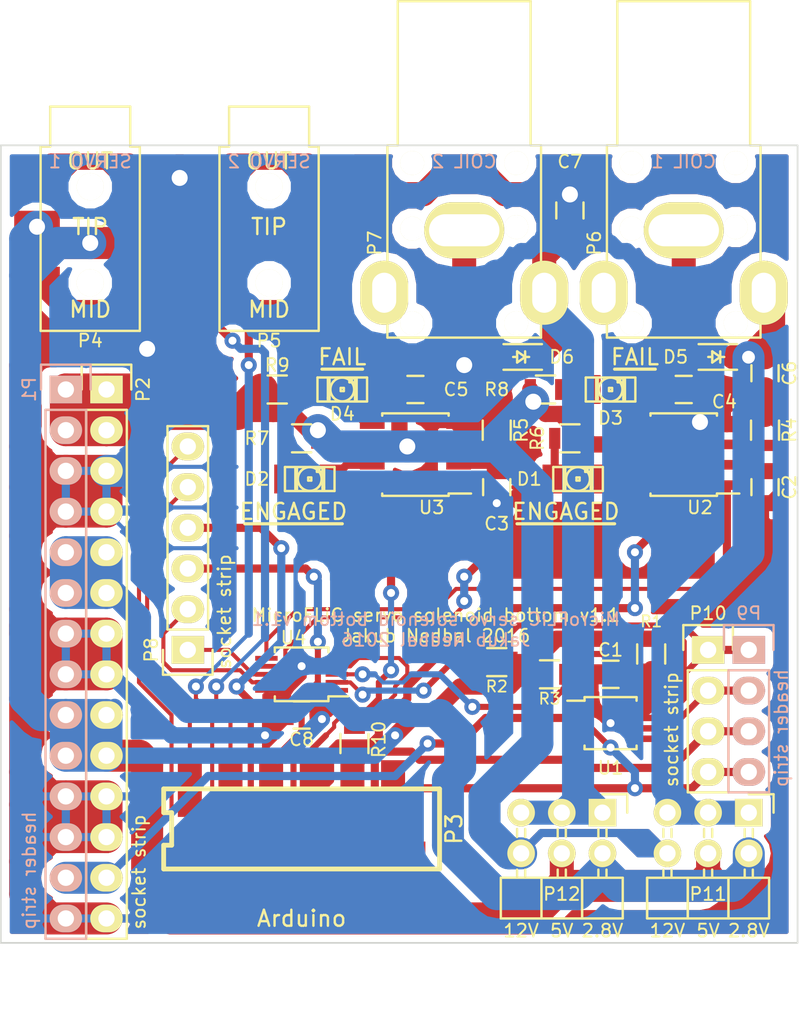
<source format=kicad_pcb>
(kicad_pcb (version 4) (host pcbnew 4.0.2-4+6225~38~ubuntu14.04.1-stable)
  (layers (0 F.Cu signal) (31 B.Cu signal) (34 B.Paste user) (35 F.Paste user) (36 B.SilkS user) (37 F.SilkS user) (38 B.Mask user) (39 F.Mask user) (44 Edge.Cuts user))
  (net 0 "")
  (net 1 +5VP)
  (net 2 GND)
  (net 3 +12V)
  (net 4 /shutterPWM/SHA_PWR)
  (net 5 /shutterPWM/SHB_PWR)
  (net 6 /shutterPWM/SHA_O/C)
  (net 7 /shutterPWM/SHB_O/C)
  (net 8 +2V5)
  (net 9 +3V3)
  (net 10 /SERVO3)
  (net 11 /SERVO4)
  (net 12 /SERVO1)
  (net 13 /SERVO2)
  (net 14 /shutterPWM/SH1)
  (net 15 /shutterPWM/SH2)
  (net 16 /shutterPWM/SH_~LDAC)
  (net 17 /I2C/SCL_3V3)
  (net 18 /I2C/SDA_3V3)
  (net 19 /shutterPWM/SH3_PWM)
  (net 20 /shutterPWM/SH4_PWM)
  (net 21 /I2C/SDA_5V)
  (net 22 /I2C/SCL_5V)
  (net 23 /shutterPWM/SH1_PWM)
  (net 24 /shutterPWM/SH2_PWM)
  (net 25 /shutterPWM/DA)
  (net 26 /shutterPWM/DB)
  (net 27 /shutterPWM/ENG_A)
  (net 28 /shutterPWM/EA)
  (net 29 /shutterPWM/ENG_B)
  (net 30 /shutterPWM/EB)
  (net 31 /shutterPWM/FA)
  (net 32 /shutterPWM/FB)
  (net 33 /shutterPWM/OA)
  (net 34 /shutterPWM/OB)
  (net 35 /SH3)
  (net 36 /SH4)
  (net 37 "Net-(C1-Pad1)")
  (net 38 "Net-(R10-Pad2)")
  (module Resistors_SMD:R_0805 (layer F.Cu) (at 117.348 115.316 180)
    (fp_text reference R9 (at 0 1.524 180) (layer F.SilkS) (effects (font (size 0.8 0.8) (thickness 0.12))))
    (fp_text value 10k hide)
    (pad 1 smd rect (at -0.95 0 180) (size 0.7 1.3) (layers F.Cu F.Paste F.Mask) (net 32 /shutterPWM/FB))
    (pad 2 smd rect (at 0.95 0 180) (size 0.7 1.3) (layers F.Cu F.Paste F.Mask) (net 3 +12V))
  )
  (module Diodes_SMD:SOD-323 (layer F.Cu) (at 132.588 113.284 180)
    (fp_text reference D6 (at -2.54 0 180) (layer F.SilkS) (effects (font (size 0.8 0.8) (thickness 0.12))))
    (fp_text value 1N4148 hide)
    (pad 1 smd rect (at -1.055 0 180) (size 1 1) (layers F.Cu F.Paste F.Mask) (net 5 /shutterPWM/SHB_PWR))
    (pad 2 smd rect (at 1.055 0 180) (size 1 1) (layers F.Cu F.Paste F.Mask) (net 7 /shutterPWM/SHB_O/C))
  )
  (module Diodes_SMD:SOD-323 (layer F.Cu) (at 144.78 113.284 180)
    (fp_text reference D5 (at 2.54 0 180) (layer F.SilkS) (effects (font (size 0.8 0.8) (thickness 0.12))))
    (fp_text value 1N4148 hide)
    (pad 1 smd rect (at -1.055 0 180) (size 1 1) (layers F.Cu F.Paste F.Mask) (net 4 /shutterPWM/SHA_PWR))
    (pad 2 smd rect (at 1.055 0 180) (size 1 1) (layers F.Cu F.Paste F.Mask) (net 6 /shutterPWM/SHA_O/C))
  )
  (module LEDs:LED-1206 (layer F.Cu) (at 138.176 115.316 180)
    (fp_text reference D3 (at 0 -1.778 180) (layer F.SilkS) (effects (font (size 0.8 0.8) (thickness 0.12))))
    (fp_text value "LED YELLOW" hide)
    (pad 2 smd rect (at 1.41986 0) (size 1.59766 1.80086) (layers F.Cu F.Paste F.Mask) (net 31 /shutterPWM/FA))
    (pad 1 smd rect (at -1.41986 0) (size 1.59766 1.80086) (layers F.Cu F.Paste F.Mask) (net 6 /shutterPWM/SHA_O/C))
  )
  (module LEDs:LED-1206 (layer F.Cu) (at 121.412 115.316 180)
    (fp_text reference D4 (at 0 -1.524 180) (layer F.SilkS) (effects (font (size 0.8 0.8) (thickness 0.12))))
    (fp_text value "LED YELLOW" hide)
    (pad 2 smd rect (at 1.41986 0) (size 1.59766 1.80086) (layers F.Cu F.Paste F.Mask) (net 32 /shutterPWM/FB))
    (pad 1 smd rect (at -1.41986 0) (size 1.59766 1.80086) (layers F.Cu F.Paste F.Mask) (net 7 /shutterPWM/SHB_O/C))
  )
  (module LEDs:LED-1206 (layer F.Cu) (at 119.38 120.904 180)
    (fp_text reference D2 (at 3.302 0 180) (layer F.SilkS) (effects (font (size 0.8 0.8) (thickness 0.12))))
    (fp_text value "LED RED" hide)
    (pad 2 smd rect (at 1.41986 0) (size 1.59766 1.80086) (layers F.Cu F.Paste F.Mask) (net 30 /shutterPWM/EB))
    (pad 1 smd rect (at -1.41986 0) (size 1.59766 1.80086) (layers F.Cu F.Paste F.Mask) (net 29 /shutterPWM/ENG_B))
  )
  (module LEDs:LED-1206 (layer F.Cu) (at 136.144 120.904 180)
    (fp_text reference D1 (at 3.048 0 360) (layer F.SilkS) (effects (font (size 0.8 0.8) (thickness 0.12))))
    (fp_text value "LED RED" hide)
    (pad 2 smd rect (at 1.41986 0) (size 1.59766 1.80086) (layers F.Cu F.Paste F.Mask) (net 28 /shutterPWM/EA))
    (pad 1 smd rect (at -1.41986 0) (size 1.59766 1.80086) (layers F.Cu F.Paste F.Mask) (net 27 /shutterPWM/ENG_A))
  )
  (module Pin_Headers:Pin_Header_Angled_2x03 (layer F.Cu) (at 137.668 141.732 270)
    (fp_text reference P12 (at 5.08 2.54 360) (layer F.SilkS) (effects (font (size 0.8 0.8) (thickness 0.12))))
    (fp_text value "2x3 header strip R/A" hide)
    (pad 1 thru_hole rect (at 0 0 270) (size 1.7272 1.7272) (drill 1.016) (layers *.Cu *.Mask F.SilkS) (net 5 /shutterPWM/SHB_PWR))
    (pad 2 thru_hole oval (at 2.54 0 270) (size 1.7272 1.7272) (drill 1.016) (layers *.Cu *.Mask F.SilkS) (net 8 +2V5))
    (pad 3 thru_hole oval (at 0 2.54 270) (size 1.7272 1.7272) (drill 1.016) (layers *.Cu *.Mask F.SilkS) (net 5 /shutterPWM/SHB_PWR))
    (pad 4 thru_hole oval (at 2.54 2.54 270) (size 1.7272 1.7272) (drill 1.016) (layers *.Cu *.Mask F.SilkS) (net 1 +5VP))
    (pad 5 thru_hole oval (at 0 5.08 270) (size 1.7272 1.7272) (drill 1.016) (layers *.Cu *.Mask F.SilkS) (net 5 /shutterPWM/SHB_PWR))
    (pad 6 thru_hole oval (at 2.54 5.08 270) (size 1.7272 1.7272) (drill 1.016) (layers *.Cu *.Mask F.SilkS) (net 3 +12V))
  )
  (module Pin_Headers:Pin_Header_Angled_2x03 (layer F.Cu) (at 146.812 141.732 270)
    (fp_text reference P11 (at 5.08 2.54 540) (layer F.SilkS) (effects (font (size 0.8 0.8) (thickness 0.12))))
    (fp_text value "2x3 header strip R/A" hide)
    (pad 1 thru_hole rect (at 0 0 270) (size 1.7272 1.7272) (drill 1.016) (layers *.Cu *.Mask F.SilkS) (net 4 /shutterPWM/SHA_PWR))
    (pad 2 thru_hole oval (at 2.54 0 270) (size 1.7272 1.7272) (drill 1.016) (layers *.Cu *.Mask F.SilkS) (net 8 +2V5))
    (pad 3 thru_hole oval (at 0 2.54 270) (size 1.7272 1.7272) (drill 1.016) (layers *.Cu *.Mask F.SilkS) (net 4 /shutterPWM/SHA_PWR))
    (pad 4 thru_hole oval (at 2.54 2.54 270) (size 1.7272 1.7272) (drill 1.016) (layers *.Cu *.Mask F.SilkS) (net 1 +5VP))
    (pad 5 thru_hole oval (at 0 5.08 270) (size 1.7272 1.7272) (drill 1.016) (layers *.Cu *.Mask F.SilkS) (net 4 /shutterPWM/SHA_PWR))
    (pad 6 thru_hole oval (at 2.54 5.08 270) (size 1.7272 1.7272) (drill 1.016) (layers *.Cu *.Mask F.SilkS) (net 3 +12V))
  )
  (module jakub:PSG01544 (layer F.Cu) (at 142.748 100.076 270)
    (fp_text reference P6 (at 6.096 5.588 270) (layer F.SilkS) (effects (font (size 0.8 0.8) (thickness 0.12))))
    (fp_text value "RCA jack" hide)
    (pad "" np_thru_hole circle (at 11.1 -3.25 270) (size 1.5 1.5) (drill 1.5) (layers *.Cu *.Mask F.SilkS))
    (pad "" np_thru_hole circle (at 11.1 3.25 270) (size 1.5 1.5) (drill 1.5) (layers *.Cu *.Mask F.SilkS))
    (pad "" np_thru_hole circle (at 5.1 -3.25 270) (size 1.5 1.5) (drill 1.5) (layers *.Cu *.Mask F.SilkS))
    (pad "" np_thru_hole circle (at 5.2 3.25 270) (size 1.5 1.5) (drill 1.5) (layers *.Cu *.Mask F.SilkS))
    (pad "" np_thru_hole circle (at 1.1 -3.25 270) (size 1.5 1.5) (drill 1.5) (layers *.Cu *.Mask F.SilkS))
    (pad "" np_thru_hole circle (at 1.1 3.25 270) (size 1.5 1.5) (drill 1.5) (layers *.Cu *.Mask F.SilkS))
    (pad 2 thru_hole oval (at 9.2 -5 270) (size 4 3) (drill oval 2.5 1.5) (layers *.Cu *.Mask F.SilkS) (net 4 /shutterPWM/SHA_PWR))
    (pad 3 thru_hole oval (at 9.2 5 270) (size 4 3) (drill oval 2.5 1.5) (layers *.Cu *.Mask F.SilkS))
    (pad 1 thru_hole oval (at 5.3 0 270) (size 3.5 5) (drill oval 2 4.4) (layers *.Cu *.Mask F.SilkS) (net 6 /shutterPWM/SHA_O/C))
  )
  (module jakub:PSG01544 (layer F.Cu) (at 129.032 100.076 270)
    (fp_text reference P7 (at 6.096 5.588 270) (layer F.SilkS) (effects (font (size 0.8 0.8) (thickness 0.12))))
    (fp_text value "RCA jack" hide)
    (pad "" np_thru_hole circle (at 11.1 -3.25 270) (size 1.5 1.5) (drill 1.5) (layers *.Cu *.Mask F.SilkS))
    (pad "" np_thru_hole circle (at 11.1 3.25 270) (size 1.5 1.5) (drill 1.5) (layers *.Cu *.Mask F.SilkS))
    (pad "" np_thru_hole circle (at 5.1 -3.25 270) (size 1.5 1.5) (drill 1.5) (layers *.Cu *.Mask F.SilkS))
    (pad "" np_thru_hole circle (at 5.2 3.25 270) (size 1.5 1.5) (drill 1.5) (layers *.Cu *.Mask F.SilkS))
    (pad "" np_thru_hole circle (at 1.1 -3.25 270) (size 1.5 1.5) (drill 1.5) (layers *.Cu *.Mask F.SilkS))
    (pad "" np_thru_hole circle (at 1.1 3.25 270) (size 1.5 1.5) (drill 1.5) (layers *.Cu *.Mask F.SilkS))
    (pad 2 thru_hole oval (at 9.2 -5 270) (size 4 3) (drill oval 2.5 1.5) (layers *.Cu *.Mask F.SilkS) (net 5 /shutterPWM/SHB_PWR))
    (pad 3 thru_hole oval (at 9.2 5 270) (size 4 3) (drill oval 2.5 1.5) (layers *.Cu *.Mask F.SilkS))
    (pad 1 thru_hole oval (at 5.3 0 270) (size 3.5 5) (drill oval 2 4.4) (layers *.Cu *.Mask F.SilkS) (net 7 /shutterPWM/SHB_O/C))
  )
  (module Pin_Headers:Pin_Header_Straight_1x04 (layer B.Cu) (at 146.812 131.572 180)
    (fp_text reference P9 (at 0 2.286 360) (layer B.SilkS) (effects (font (size 0.8 0.8) (thickness 0.12)) (justify mirror)))
    (fp_text value "1x4 header strip" hide)
    (pad 1 thru_hole rect (at 0 0 180) (size 2.032 1.7272) (drill 1.016) (layers *.Cu *.Mask B.SilkS) (net 22 /I2C/SCL_5V))
    (pad 2 thru_hole oval (at 0 -2.54 180) (size 2.032 1.7272) (drill 1.016) (layers *.Cu *.Mask B.SilkS) (net 21 /I2C/SDA_5V))
    (pad 3 thru_hole oval (at 0 -5.08 180) (size 2.032 1.7272) (drill 1.016) (layers *.Cu *.Mask B.SilkS) (net 18 /I2C/SDA_3V3))
    (pad 4 thru_hole oval (at 0 -7.62 180) (size 2.032 1.7272) (drill 1.016) (layers *.Cu *.Mask B.SilkS) (net 17 /I2C/SCL_3V3))
  )
  (module Housings_SSOP:TSSOP-8_3x3mm_Pitch0.65mm (layer F.Cu) (at 138.176 136.144)
    (fp_text reference U1 (at 0 2.794) (layer F.SilkS) (effects (font (size 0.8 0.8) (thickness 0.12))))
    (fp_text value PCA9306DP hide)
    (pad 1 smd rect (at -2.15 -0.975) (size 1.1 0.4) (layers F.Cu F.Paste F.Mask) (net 2 GND))
    (pad 2 smd rect (at -2.15 -0.325) (size 1.1 0.4) (layers F.Cu F.Paste F.Mask) (net 9 +3V3))
    (pad 3 smd rect (at -2.15 0.325) (size 1.1 0.4) (layers F.Cu F.Paste F.Mask) (net 17 /I2C/SCL_3V3))
    (pad 4 smd rect (at -2.15 0.975) (size 1.1 0.4) (layers F.Cu F.Paste F.Mask) (net 18 /I2C/SDA_3V3))
    (pad 5 smd rect (at 2.15 0.975) (size 1.1 0.4) (layers F.Cu F.Paste F.Mask) (net 21 /I2C/SDA_5V))
    (pad 6 smd rect (at 2.15 0.325) (size 1.1 0.4) (layers F.Cu F.Paste F.Mask) (net 22 /I2C/SCL_5V))
    (pad 7 smd rect (at 2.15 -0.325) (size 1.1 0.4) (layers F.Cu F.Paste F.Mask) (net 37 "Net-(C1-Pad1)"))
    (pad 8 smd rect (at 2.15 -0.975) (size 1.1 0.4) (layers F.Cu F.Paste F.Mask) (net 37 "Net-(C1-Pad1)"))
  )
  (module Housings_SSOP:MSOP-10_3x3mm_Pitch0.5mm (layer F.Cu) (at 118.872 133.096 180)
    (fp_text reference U4 (at 0.508 2.286 180) (layer F.SilkS) (effects (font (size 0.8 0.8) (thickness 0.12))))
    (fp_text value MCP4728 hide)
    (pad 1 smd rect (at -2.2 -1 180) (size 1.4 0.3) (layers F.Cu F.Paste F.Mask) (net 1 +5VP))
    (pad 2 smd rect (at -2.2 -0.5 180) (size 1.4 0.3) (layers F.Cu F.Paste F.Mask) (net 22 /I2C/SCL_5V))
    (pad 3 smd rect (at -2.2 0 180) (size 1.4 0.3) (layers F.Cu F.Paste F.Mask) (net 21 /I2C/SDA_5V))
    (pad 4 smd rect (at -2.2 0.5 180) (size 1.4 0.3) (layers F.Cu F.Paste F.Mask) (net 38 "Net-(R10-Pad2)"))
    (pad 5 smd rect (at -2.2 1 180) (size 1.4 0.3) (layers F.Cu F.Paste F.Mask))
    (pad 6 smd rect (at 2.2 1 180) (size 1.4 0.3) (layers F.Cu F.Paste F.Mask) (net 23 /shutterPWM/SH1_PWM))
    (pad 7 smd rect (at 2.2 0.5 180) (size 1.4 0.3) (layers F.Cu F.Paste F.Mask) (net 24 /shutterPWM/SH2_PWM))
    (pad 8 smd rect (at 2.2 0 180) (size 1.4 0.3) (layers F.Cu F.Paste F.Mask) (net 19 /shutterPWM/SH3_PWM))
    (pad 9 smd rect (at 2.2 -0.5 180) (size 1.4 0.3) (layers F.Cu F.Paste F.Mask) (net 20 /shutterPWM/SH4_PWM))
    (pad 10 smd rect (at 2.2 -1 180) (size 1.4 0.3) (layers F.Cu F.Paste F.Mask) (net 2 GND))
  )
  (module jakub:MJ4435-R (layer F.Cu) (at 116.84 105.156 270)
    (fp_text reference P5 (at 7.112 0 360) (layer F.SilkS) (effects (font (size 0.8 0.8) (thickness 0.12))))
    (fp_text value "3.5mm jack" hide)
    (fp_text user MID (at 5.16 0 360) (layer F.SilkS))
    (fp_text user TIP (at 0 0 360) (layer F.SilkS))
    (fp_text user OUT (at -4.1 0 360) (layer F.SilkS))
    (pad "" np_thru_hole circle (at 3.5 0 270) (size 1.7 1.7) (drill 1.7) (layers *.Cu *.Mask F.SilkS))
    (pad "" np_thru_hole circle (at -2.5 0 270) (size 1.7 1.7) (drill 1.7) (layers *.Cu *.Mask F.SilkS))
    (pad 1 smd rect (at -3.2 -3.325 270) (size 2 2.85) (layers F.Cu F.Paste F.Mask) (net 2 GND))
    (pad 3 smd rect (at 0 -3.325 270) (size 2 2.85) (layers F.Cu F.Paste F.Mask) (net 1 +5VP))
    (pad 2 smd rect (at 3.5 -3.325 270) (size 2 2.85) (layers F.Cu F.Paste F.Mask) (net 13 /SERVO2))
    (pad 1 smd rect (at -3.2 3.325 270) (size 2 2.85) (layers F.Cu F.Paste F.Mask) (net 2 GND))
    (pad 3 smd rect (at 0 3.325 270) (size 2 2.85) (layers F.Cu F.Paste F.Mask) (net 1 +5VP))
    (pad 2 smd rect (at 3.5 3.325 270) (size 2 2.85) (layers F.Cu F.Paste F.Mask) (net 13 /SERVO2))
  )
  (module jakub:MJ4435-R (layer F.Cu) (at 105.664 105.156 270)
    (fp_text reference P4 (at 7.112 0 360) (layer F.SilkS) (effects (font (size 0.8 0.8) (thickness 0.12))))
    (fp_text value "3.5mm jack" hide)
    (fp_text user MID (at 5.16 0 360) (layer F.SilkS))
    (fp_text user TIP (at 0 0 360) (layer F.SilkS))
    (fp_text user OUT (at -4.1 0 360) (layer F.SilkS))
    (pad "" np_thru_hole circle (at 3.5 0 270) (size 1.7 1.7) (drill 1.7) (layers *.Cu *.Mask F.SilkS))
    (pad "" np_thru_hole circle (at -2.5 0 270) (size 1.7 1.7) (drill 1.7) (layers *.Cu *.Mask F.SilkS))
    (pad 1 smd rect (at -3.2 -3.325 270) (size 2 2.85) (layers F.Cu F.Paste F.Mask) (net 2 GND))
    (pad 3 smd rect (at 0 -3.325 270) (size 2 2.85) (layers F.Cu F.Paste F.Mask) (net 1 +5VP))
    (pad 2 smd rect (at 3.5 -3.325 270) (size 2 2.85) (layers F.Cu F.Paste F.Mask) (net 12 /SERVO1))
    (pad 1 smd rect (at -3.2 3.325 270) (size 2 2.85) (layers F.Cu F.Paste F.Mask) (net 2 GND))
    (pad 3 smd rect (at 0 3.325 270) (size 2 2.85) (layers F.Cu F.Paste F.Mask) (net 1 +5VP))
    (pad 2 smd rect (at 3.5 3.325 270) (size 2 2.85) (layers F.Cu F.Paste F.Mask) (net 12 /SERVO1))
  )
  (module Housings_SOIC:SOIC-8_3.9x4.9mm_Pitch1.27mm (layer F.Cu) (at 142.748 119.38 180)
    (fp_text reference U2 (at -1.016 -3.302 180) (layer F.SilkS) (effects (font (size 0.8 0.8) (thickness 0.12))))
    (fp_text value DRV103 hide)
    (pad 1 smd rect (at -2.7 -1.905 180) (size 1.55 0.6) (layers F.Cu F.Paste F.Mask) (net 23 /shutterPWM/SH1_PWM))
    (pad 2 smd rect (at -2.7 -0.635 180) (size 1.55 0.6) (layers F.Cu F.Paste F.Mask) (net 25 /shutterPWM/DA))
    (pad 3 smd rect (at -2.7 0.635 180) (size 1.55 0.6) (layers F.Cu F.Paste F.Mask) (net 33 /shutterPWM/OA))
    (pad 4 smd rect (at -2.7 1.905 180) (size 1.55 0.6) (layers F.Cu F.Paste F.Mask) (net 2 GND))
    (pad 5 smd rect (at 2.7 1.905 180) (size 1.55 0.6) (layers F.Cu F.Paste F.Mask) (net 6 /shutterPWM/SHA_O/C))
    (pad 6 smd rect (at 2.7 0.635 180) (size 1.55 0.6) (layers F.Cu F.Paste F.Mask) (net 3 +12V))
    (pad 7 smd rect (at 2.7 -0.635 180) (size 1.55 0.6) (layers F.Cu F.Paste F.Mask) (net 27 /shutterPWM/ENG_A))
    (pad 8 smd rect (at 2.7 -1.905 180) (size 1.55 0.6) (layers F.Cu F.Paste F.Mask) (net 14 /shutterPWM/SH1))
  )
  (module Housings_SOIC:SOIC-8_3.9x4.9mm_Pitch1.27mm (layer F.Cu) (at 125.984 119.38 180)
    (fp_text reference U3 (at -1.016 -3.302 180) (layer F.SilkS) (effects (font (size 0.8 0.8) (thickness 0.12))))
    (fp_text value DRV103 hide)
    (pad 1 smd rect (at -2.7 -1.905 180) (size 1.55 0.6) (layers F.Cu F.Paste F.Mask) (net 24 /shutterPWM/SH2_PWM))
    (pad 2 smd rect (at -2.7 -0.635 180) (size 1.55 0.6) (layers F.Cu F.Paste F.Mask) (net 26 /shutterPWM/DB))
    (pad 3 smd rect (at -2.7 0.635 180) (size 1.55 0.6) (layers F.Cu F.Paste F.Mask) (net 34 /shutterPWM/OB))
    (pad 4 smd rect (at -2.7 1.905 180) (size 1.55 0.6) (layers F.Cu F.Paste F.Mask) (net 2 GND))
    (pad 5 smd rect (at 2.7 1.905 180) (size 1.55 0.6) (layers F.Cu F.Paste F.Mask) (net 7 /shutterPWM/SHB_O/C))
    (pad 6 smd rect (at 2.7 0.635 180) (size 1.55 0.6) (layers F.Cu F.Paste F.Mask) (net 3 +12V))
    (pad 7 smd rect (at 2.7 -0.635 180) (size 1.55 0.6) (layers F.Cu F.Paste F.Mask) (net 29 /shutterPWM/ENG_B))
    (pad 8 smd rect (at 2.7 -1.905 180) (size 1.55 0.6) (layers F.Cu F.Paste F.Mask) (net 15 /shutterPWM/SH2))
  )
  (module Capacitors_SMD:C_0805 (layer F.Cu) (at 138.176 133.096 180)
    (fp_text reference C1 (at 0 1.524 360) (layer F.SilkS) (effects (font (size 0.8 0.8) (thickness 0.12))))
    (fp_text value 100n hide)
    (pad 1 smd rect (at -1 0 180) (size 1 1.25) (layers F.Cu F.Paste F.Mask) (net 37 "Net-(C1-Pad1)"))
    (pad 2 smd rect (at 1 0 180) (size 1 1.25) (layers F.Cu F.Paste F.Mask) (net 2 GND))
  )
  (module Capacitors_SMD:C_0805 (layer F.Cu) (at 147.828 121.412 90)
    (fp_text reference C2 (at 0 1.524 90) (layer F.SilkS) (effects (font (size 0.8 0.8) (thickness 0.12))))
    (fp_text value 10n hide)
    (pad 1 smd rect (at -1 0 90) (size 1 1.25) (layers F.Cu F.Paste F.Mask) (net 2 GND))
    (pad 2 smd rect (at 1 0 90) (size 1 1.25) (layers F.Cu F.Paste F.Mask) (net 25 /shutterPWM/DA))
  )
  (module Capacitors_SMD:C_0805 (layer F.Cu) (at 131.064 121.412 90)
    (fp_text reference C3 (at -2.286 0 180) (layer F.SilkS) (effects (font (size 0.8 0.8) (thickness 0.12))))
    (fp_text value 10n hide)
    (pad 1 smd rect (at -1 0 90) (size 1 1.25) (layers F.Cu F.Paste F.Mask) (net 2 GND))
    (pad 2 smd rect (at 1 0 90) (size 1 1.25) (layers F.Cu F.Paste F.Mask) (net 26 /shutterPWM/DB))
  )
  (module Capacitors_SMD:C_0805 (layer F.Cu) (at 142.748 115.316 180)
    (fp_text reference C4 (at -2.54 -0.762 180) (layer F.SilkS) (effects (font (size 0.8 0.8) (thickness 0.12))))
    (fp_text value 4u7/25V hide)
    (pad 1 smd rect (at -1 0 180) (size 1 1.25) (layers F.Cu F.Paste F.Mask) (net 2 GND))
    (pad 2 smd rect (at 1 0 180) (size 1 1.25) (layers F.Cu F.Paste F.Mask) (net 3 +12V))
  )
  (module Capacitors_SMD:C_0805 (layer F.Cu) (at 125.984 115.316 180)
    (fp_text reference C5 (at -2.54 0 180) (layer F.SilkS) (effects (font (size 0.8 0.8) (thickness 0.12))))
    (fp_text value 4u7/25V hide)
    (pad 1 smd rect (at -1 0 180) (size 1 1.25) (layers F.Cu F.Paste F.Mask) (net 2 GND))
    (pad 2 smd rect (at 1 0 180) (size 1 1.25) (layers F.Cu F.Paste F.Mask) (net 3 +12V))
  )
  (module Capacitors_SMD:C_0805 (layer F.Cu) (at 147.828 114.3 90)
    (fp_text reference C6 (at 0 1.524 270) (layer F.SilkS) (effects (font (size 0.8 0.8) (thickness 0.12))))
    (fp_text value 4u7/25V hide)
    (pad 1 smd rect (at -1 0 90) (size 1 1.25) (layers F.Cu F.Paste F.Mask) (net 2 GND))
    (pad 2 smd rect (at 1 0 90) (size 1 1.25) (layers F.Cu F.Paste F.Mask) (net 4 /shutterPWM/SHA_PWR))
  )
  (module Capacitors_SMD:C_0805 (layer F.Cu) (at 135.636 104.14 270)
    (fp_text reference C7 (at -3.048 0 360) (layer F.SilkS) (effects (font (size 0.8 0.8) (thickness 0.12))))
    (fp_text value 4u7/25V hide)
    (pad 1 smd rect (at -1 0 270) (size 1 1.25) (layers F.Cu F.Paste F.Mask) (net 2 GND))
    (pad 2 smd rect (at 1 0 270) (size 1 1.25) (layers F.Cu F.Paste F.Mask) (net 5 /shutterPWM/SHB_PWR))
  )
  (module Capacitors_SMD:C_0805 (layer F.Cu) (at 118.872 135.636)
    (fp_text reference C8 (at 0 1.524) (layer F.SilkS) (effects (font (size 0.8 0.8) (thickness 0.12))))
    (fp_text value 100n hide)
    (pad 1 smd rect (at -1 0) (size 1 1.25) (layers F.Cu F.Paste F.Mask) (net 2 GND))
    (pad 2 smd rect (at 1 0) (size 1 1.25) (layers F.Cu F.Paste F.Mask) (net 1 +5VP))
  )
  (module Resistors_SMD:R_0805 (layer F.Cu) (at 147.828 117.856 270)
    (fp_text reference R4 (at 0 -1.524 270) (layer F.SilkS) (effects (font (size 0.8 0.8) (thickness 0.12))))
    (fp_text value 270k hide)
    (pad 1 smd rect (at -0.95 0 270) (size 0.7 1.3) (layers F.Cu F.Paste F.Mask) (net 2 GND))
    (pad 2 smd rect (at 0.95 0 270) (size 0.7 1.3) (layers F.Cu F.Paste F.Mask) (net 33 /shutterPWM/OA))
  )
  (module Resistors_SMD:R_0805 (layer F.Cu) (at 131.064 117.856 270)
    (fp_text reference R5 (at 0 -1.524 270) (layer F.SilkS) (effects (font (size 0.8 0.8) (thickness 0.12))))
    (fp_text value 270k hide)
    (pad 1 smd rect (at -0.95 0 270) (size 0.7 1.3) (layers F.Cu F.Paste F.Mask) (net 2 GND))
    (pad 2 smd rect (at 0.95 0 270) (size 0.7 1.3) (layers F.Cu F.Paste F.Mask) (net 34 /shutterPWM/OB))
  )
  (module Resistors_SMD:R_0805 (layer F.Cu) (at 135.636 118.364)
    (fp_text reference R6 (at -2.032 0 90) (layer F.SilkS) (effects (font (size 0.8 0.8) (thickness 0.12))))
    (fp_text value 10k hide)
    (pad 1 smd rect (at -0.95 0) (size 0.7 1.3) (layers F.Cu F.Paste F.Mask) (net 28 /shutterPWM/EA))
    (pad 2 smd rect (at 0.95 0) (size 0.7 1.3) (layers F.Cu F.Paste F.Mask) (net 3 +12V))
  )
  (module Resistors_SMD:R_0805 (layer F.Cu) (at 118.872 118.364)
    (fp_text reference R7 (at -2.794 0) (layer F.SilkS) (effects (font (size 0.8 0.8) (thickness 0.12))))
    (fp_text value 10k hide)
    (pad 1 smd rect (at -0.95 0) (size 0.7 1.3) (layers F.Cu F.Paste F.Mask) (net 30 /shutterPWM/EB))
    (pad 2 smd rect (at 0.95 0) (size 0.7 1.3) (layers F.Cu F.Paste F.Mask) (net 3 +12V))
  )
  (module Resistors_SMD:R_0805 (layer F.Cu) (at 134.112 115.316 180)
    (fp_text reference R8 (at 3.048 0 180) (layer F.SilkS) (effects (font (size 0.8 0.8) (thickness 0.12))))
    (fp_text value 10k hide)
    (pad 1 smd rect (at -0.95 0 180) (size 0.7 1.3) (layers F.Cu F.Paste F.Mask) (net 31 /shutterPWM/FA))
    (pad 2 smd rect (at 0.95 0 180) (size 0.7 1.3) (layers F.Cu F.Paste F.Mask) (net 3 +12V))
  )
  (module Resistors_SMD:R_0805 (layer F.Cu) (at 122.174 137.414 90)
    (fp_text reference R10 (at 0.254 1.524 90) (layer F.SilkS) (effects (font (size 0.8 0.8) (thickness 0.12))))
    (fp_text value 0R hide)
    (pad 1 smd rect (at -0.95 0 90) (size 0.7 1.3) (layers F.Cu F.Paste F.Mask) (net 16 /shutterPWM/SH_~LDAC))
    (pad 2 smd rect (at 0.95 0 90) (size 0.7 1.3) (layers F.Cu F.Paste F.Mask) (net 38 "Net-(R10-Pad2)"))
  )
  (module jakub:1-188275-2 (layer F.Cu) (at 118.872 142.748)
    (fp_text reference P3 (at 9.525 0 90) (layer F.SilkS))
    (fp_text value "12-way Micro-MaTch" hide)
    (pad 1 smd rect (at -6.985 -2.5) (size 1.5 3.5) (layers F.Cu F.Paste F.Mask) (net 10 /SERVO3))
    (pad 2 smd rect (at -5.715 2.5) (size 1.5 3.5) (layers F.Cu F.Paste F.Mask) (net 11 /SERVO4))
    (pad 3 smd rect (at -4.445 -2.5) (size 1.5 3.5) (layers F.Cu F.Paste F.Mask) (net 12 /SERVO1))
    (pad 4 smd rect (at -3.175 2.5) (size 1.5 3.5) (layers F.Cu F.Paste F.Mask) (net 13 /SERVO2))
    (pad 5 smd rect (at -1.905 -2.5) (size 1.5 3.5) (layers F.Cu F.Paste F.Mask) (net 35 /SH3))
    (pad 6 smd rect (at -0.635 2.5) (size 1.5 3.5) (layers F.Cu F.Paste F.Mask) (net 36 /SH4))
    (pad 7 smd rect (at 0.635 -2.5) (size 1.5 3.5) (layers F.Cu F.Paste F.Mask) (net 14 /shutterPWM/SH1))
    (pad 8 smd rect (at 1.905 2.5) (size 1.5 3.5) (layers F.Cu F.Paste F.Mask) (net 15 /shutterPWM/SH2))
    (pad 9 smd rect (at 3.175 -2.54) (size 1.5 3.5) (layers F.Cu F.Paste F.Mask) (net 16 /shutterPWM/SH_~LDAC))
    (pad 10 smd rect (at 4.445 2.5) (size 1.5 3.5) (layers F.Cu F.Paste F.Mask))
    (pad 11 smd rect (at 5.715 -2.54) (size 1.5 3.5) (layers F.Cu F.Paste F.Mask) (net 17 /I2C/SCL_3V3))
    (pad 12 smd rect (at 6.985 2.54) (size 1.5 3.5) (layers F.Cu F.Paste F.Mask) (net 18 /I2C/SDA_3V3))
  )
  (module Pin_Headers:Pin_Header_Straight_1x14 (layer B.Cu) (at 104.14 115.316 180)
    (fp_text reference P1 (at 2.286 0 270) (layer B.SilkS) (effects (font (size 0.8 0.8) (thickness 0.12)) (justify mirror)))
    (fp_text value "1x14 header strip" hide)
    (pad 1 thru_hole rect (at 0 0 180) (size 2.032 1.7272) (drill 1.016) (layers *.Cu *.Mask B.SilkS) (net 3 +12V))
    (pad 2 thru_hole oval (at 0 -2.54 180) (size 2.032 1.7272) (drill 1.016) (layers *.Cu *.Mask B.SilkS) (net 3 +12V))
    (pad 3 thru_hole oval (at 0 -5.08 180) (size 2.032 1.7272) (drill 1.016) (layers *.Cu *.Mask B.SilkS) (net 2 GND))
    (pad 4 thru_hole oval (at 0 -7.62 180) (size 2.032 1.7272) (drill 1.016) (layers *.Cu *.Mask B.SilkS) (net 2 GND))
    (pad 5 thru_hole oval (at 0 -10.16 180) (size 2.032 1.7272) (drill 1.016) (layers *.Cu *.Mask B.SilkS) (net 8 +2V5))
    (pad 6 thru_hole oval (at 0 -12.7 180) (size 2.032 1.7272) (drill 1.016) (layers *.Cu *.Mask B.SilkS) (net 8 +2V5))
    (pad 7 thru_hole oval (at 0 -15.24 180) (size 2.032 1.7272) (drill 1.016) (layers *.Cu *.Mask B.SilkS) (net 2 GND))
    (pad 8 thru_hole oval (at 0 -17.78 180) (size 2.032 1.7272) (drill 1.016) (layers *.Cu *.Mask B.SilkS) (net 2 GND))
    (pad 9 thru_hole oval (at 0 -20.32 180) (size 2.032 1.7272) (drill 1.016) (layers *.Cu *.Mask B.SilkS) (net 1 +5VP))
    (pad 10 thru_hole oval (at 0 -22.86 180) (size 2.032 1.7272) (drill 1.016) (layers *.Cu *.Mask B.SilkS) (net 1 +5VP))
    (pad 11 thru_hole oval (at 0 -25.4 180) (size 2.032 1.7272) (drill 1.016) (layers *.Cu *.Mask B.SilkS) (net 2 GND))
    (pad 12 thru_hole oval (at 0 -27.94 180) (size 2.032 1.7272) (drill 1.016) (layers *.Cu *.Mask B.SilkS) (net 2 GND))
    (pad 13 thru_hole oval (at 0 -30.48 180) (size 2.032 1.7272) (drill 1.016) (layers *.Cu *.Mask B.SilkS) (net 9 +3V3))
    (pad 14 thru_hole oval (at 0 -33.02 180) (size 2.032 1.7272) (drill 1.016) (layers *.Cu *.Mask B.SilkS) (net 2 GND))
  )
  (module jakub:ESQ-114-33-G-S (layer F.Cu) (at 106.68 115.316)
    (fp_text reference P2 (at 2.286 0 270) (layer F.SilkS) (effects (font (size 0.8 0.8) (thickness 0.12))))
    (fp_text value "1x14 socket strip" hide)
    (pad 1 thru_hole rect (at 0 0) (size 2.032 1.7272) (drill 1.016) (layers *.Cu *.Mask F.SilkS) (net 3 +12V))
    (pad 2 thru_hole oval (at 0 2.54) (size 2.032 1.7272) (drill 1.016) (layers *.Cu *.Mask F.SilkS) (net 3 +12V))
    (pad 3 thru_hole oval (at 0 5.08) (size 2.032 1.7272) (drill 1.016) (layers *.Cu *.Mask F.SilkS) (net 2 GND))
    (pad 4 thru_hole oval (at 0 7.62) (size 2.032 1.7272) (drill 1.016) (layers *.Cu *.Mask F.SilkS) (net 2 GND))
    (pad 5 thru_hole oval (at 0 10.16) (size 2.032 1.7272) (drill 1.016) (layers *.Cu *.Mask F.SilkS) (net 8 +2V5))
    (pad 6 thru_hole oval (at 0 12.7) (size 2.032 1.7272) (drill 1.016) (layers *.Cu *.Mask F.SilkS) (net 8 +2V5))
    (pad 7 thru_hole oval (at 0 15.24) (size 2.032 1.7272) (drill 1.016) (layers *.Cu *.Mask F.SilkS) (net 2 GND))
    (pad 8 thru_hole oval (at 0 17.78) (size 2.032 1.7272) (drill 1.016) (layers *.Cu *.Mask F.SilkS) (net 2 GND))
    (pad 9 thru_hole oval (at 0 20.32) (size 2.032 1.7272) (drill 1.016) (layers *.Cu *.Mask F.SilkS) (net 1 +5VP))
    (pad 10 thru_hole oval (at 0 22.86) (size 2.032 1.7272) (drill 1.016) (layers *.Cu *.Mask F.SilkS) (net 1 +5VP))
    (pad 11 thru_hole oval (at 0 25.4) (size 2.032 1.7272) (drill 1.016) (layers *.Cu *.Mask F.SilkS) (net 2 GND))
    (pad 12 thru_hole oval (at 0 27.94) (size 2.032 1.7272) (drill 1.016) (layers *.Cu *.Mask F.SilkS) (net 2 GND))
    (pad 13 thru_hole oval (at 0 30.48) (size 2.032 1.7272) (drill 1.016) (layers *.Cu *.Mask F.SilkS) (net 9 +3V3))
    (pad 14 thru_hole oval (at 0 33.02) (size 2.032 1.7272) (drill 1.016) (layers *.Cu *.Mask F.SilkS) (net 2 GND))
  )
  (module jakub:ESQ-106-33-G-S (layer F.Cu) (at 111.76 131.572 90)
    (fp_text reference P8 (at 0 -2.286 270) (layer F.SilkS) (effects (font (size 0.8 0.8) (thickness 0.12))))
    (fp_text value "1x6 socket strip" hide)
    (pad 1 thru_hole rect (at 0 0 90) (size 1.7272 2.032) (drill 1.016) (layers *.Cu *.Mask F.SilkS) (net 19 /shutterPWM/SH3_PWM))
    (pad 2 thru_hole oval (at 2.54 0 90) (size 1.7272 2.032) (drill 1.016) (layers *.Cu *.Mask F.SilkS) (net 20 /shutterPWM/SH4_PWM))
    (pad 3 thru_hole oval (at 5.08 0 90) (size 1.7272 2.032) (drill 1.016) (layers *.Cu *.Mask F.SilkS) (net 35 /SH3))
    (pad 4 thru_hole oval (at 7.62 0 90) (size 1.7272 2.032) (drill 1.016) (layers *.Cu *.Mask F.SilkS) (net 36 /SH4))
    (pad 5 thru_hole oval (at 10.16 0 90) (size 1.7272 2.032) (drill 1.016) (layers *.Cu *.Mask F.SilkS) (net 10 /SERVO3))
    (pad 6 thru_hole oval (at 12.7 0 90) (size 1.7272 2.032) (drill 1.016) (layers *.Cu *.Mask F.SilkS) (net 11 /SERVO4))
  )
  (module jakub:ESQ-104-33-G-S (layer F.Cu) (at 144.272 131.572 270)
    (fp_text reference P10 (at -2.286 0 360) (layer F.SilkS) (effects (font (size 0.8 0.8) (thickness 0.12))))
    (fp_text value "1x4 socket strip" hide)
    (pad 1 thru_hole rect (at 0 0 270) (size 1.7272 2.032) (drill 1.016) (layers *.Cu *.Mask F.SilkS) (net 22 /I2C/SCL_5V))
    (pad 2 thru_hole oval (at 2.54 0 270) (size 1.7272 2.032) (drill 1.016) (layers *.Cu *.Mask F.SilkS) (net 21 /I2C/SDA_5V))
    (pad 3 thru_hole oval (at 5.08 0 270) (size 1.7272 2.032) (drill 1.016) (layers *.Cu *.Mask F.SilkS) (net 18 /I2C/SDA_3V3))
    (pad 4 thru_hole oval (at 7.62 0 270) (size 1.7272 2.032) (drill 1.016) (layers *.Cu *.Mask F.SilkS) (net 17 /I2C/SCL_3V3))
  )
  (module Resistors_SMD:R_0805 (layer F.Cu) (at 140.716 131.826 270)
    (fp_text reference R1 (at -2.032 0 360) (layer F.SilkS) (effects (font (size 0.7 0.7) (thickness 0.11))))
    (fp_text value 270k)
    (pad 1 smd rect (at -0.95 0 270) (size 0.7 1.3) (layers F.Cu F.Paste F.Mask) (net 1 +5VP))
    (pad 2 smd rect (at 0.95 0 270) (size 0.7 1.3) (layers F.Cu F.Paste F.Mask) (net 37 "Net-(C1-Pad1)"))
  )
  (module Resistors_SMD:R_0805 (layer F.Cu) (at 131.064 132.334 180)
    (fp_text reference R2 (at 0 -1.524 180) (layer F.SilkS) (effects (font (size 0.7 0.7) (thickness 0.11))))
    (fp_text value 1k5)
    (pad 1 smd rect (at -0.95 0 180) (size 0.7 1.3) (layers F.Cu F.Paste F.Mask) (net 1 +5VP))
    (pad 2 smd rect (at 0.95 0 180) (size 0.7 1.3) (layers F.Cu F.Paste F.Mask) (net 22 /I2C/SCL_5V))
  )
  (module Resistors_SMD:R_0805 (layer F.Cu) (at 134.366 133.096)
    (fp_text reference R3 (at 0 1.524) (layer F.SilkS) (effects (font (size 0.7 0.7) (thickness 0.11))))
    (fp_text value 1k5)
    (pad 1 smd rect (at -0.95 0) (size 0.7 1.3) (layers F.Cu F.Paste F.Mask) (net 1 +5VP))
    (pad 2 smd rect (at 0.95 0) (size 0.7 1.3) (layers F.Cu F.Paste F.Mask) (net 21 /I2C/SDA_5V))
  )
  (gr_text "MicroFLiC servo solenoid bottom v1.1\nJakub Nedbal 2016" (at 127.254 130.048) (layer F.SilkS) (effects (font (size 0.8 0.8) (thickness 0.12))))
  (gr_text "MicroFLiC servo solenoid bottom v1.1\nJakub Nedbal 2016" (at 127.254 130.302) (layer B.SilkS) (effects (font (size 0.8 0.8) (thickness 0.12)) (justify mirror)))
  (gr_text "header strip" (at 148.844 140.208 90) (layer B.SilkS) (effects (font (size 0.8 0.8) (thickness 0.12)) (justify right mirror)))
  (gr_text "socket strip" (at 141.986 140.208 90) (layer F.SilkS) (effects (font (size 0.8 0.8) (thickness 0.12)) (justify left)))
  (gr_text "SERVO 2" (at 116.84 101.092) (layer B.SilkS) (effects (font (size 0.8 0.8) (thickness 0.12)) (justify mirror)))
  (gr_text "SERVO 1" (at 105.664 101.092) (layer B.SilkS) (effects (font (size 0.8 0.8) (thickness 0.12)) (justify mirror)))
  (gr_text "COIL 1" (at 142.748 101.092) (layer B.SilkS) (effects (font (size 0.8 0.8) (thickness 0.12)) (justify mirror)))
  (gr_text "COIL 2" (at 129.032 101.092) (layer B.SilkS) (effects (font (size 0.8 0.8) (thickness 0.12)) (justify mirror)))
  (gr_text Arduino (at 118.872 148.336) (layer F.SilkS) (effects (font (size 1 1))))
  (gr_text "socket strip" (at 108.712 149.098 90) (layer F.SilkS) (effects (font (size 0.8 0.8) (thickness 0.12)) (justify left)))
  (gr_text "socket strip" (at 114.046 132.842 90) (layer F.SilkS) (effects (font (size 0.8 0.8) (thickness 0.12)) (justify left)))
  (gr_text "header strip" (at 101.854 149.098 90) (layer B.SilkS) (effects (font (size 0.8 0.8) (thickness 0.12)) (justify right mirror)))
  (gr_text 12V (at 141.732 149.098) (layer F.SilkS) (effects (font (size 0.8 0.8) (thickness 0.12))))
  (gr_text 5V (at 144.272 149.098) (layer F.SilkS) (effects (font (size 0.8 0.8) (thickness 0.12))))
  (gr_text 2.8V (at 146.812 149.098) (layer F.SilkS) (effects (font (size 0.8 0.8) (thickness 0.12))))
  (gr_text 2.8V (at 137.668 149.098) (layer F.SilkS) (effects (font (size 0.8 0.8) (thickness 0.12))))
  (gr_text 5V (at 135.128 149.098) (layer F.SilkS) (effects (font (size 0.8 0.8) (thickness 0.12))))
  (gr_text 12V (at 132.588 149.098) (layer F.SilkS) (effects (font (size 0.8 0.8) (thickness 0.12))))
  (gr_line (start 138.43 123.698) (end 132.334 123.698) (angle 90) (layer F.SilkS) (width 0.2))
  (gr_line (start 138.43 114.046) (end 140.97 114.046) (angle 90) (layer F.SilkS) (width 0.2))
  (gr_line (start 120.142 114.046) (end 122.682 114.046) (angle 90) (layer F.SilkS) (width 0.2))
  (gr_line (start 115.316 123.698) (end 121.412 123.698) (angle 90) (layer F.SilkS) (width 0.2))
  (gr_text FAIL (at 139.7 113.284) (layer F.SilkS) (effects (font (size 1 1))))
  (gr_text ENGAGED (at 135.382 122.936) (layer F.SilkS) (effects (font (size 1 1))))
  (gr_text ENGAGED (at 118.364 122.936) (layer F.SilkS) (effects (font (size 1 1))))
  (gr_text FAIL (at 121.412 113.284) (layer F.SilkS) (effects (font (size 1 1))))
  (gr_line (start 149.86 100.076) (end 149.86 149.86) (angle 90) (layer Edge.Cuts) (width 0.1))
  (gr_line (start 100.076 100.076) (end 149.86 100.076) (angle 90) (layer Edge.Cuts) (width 0.1))
  (gr_line (start 100.076 149.86) (end 149.86 149.86) (angle 90) (layer Edge.Cuts) (width 0.1))
  (gr_line (start 100.076 100.076) (end 100.076 149.86) (angle 90) (layer Edge.Cuts) (width 0.1))
  (segment (start 133.416 133.096) (end 132.654 133.096) (width 1.016) (layer F.Cu) (net 1))
  (segment (start 132.654 133.096) (end 132.014 132.456) (width 1.016) (layer F.Cu) (net 1))
  (segment (start 132.014 132.456) (end 132.014 132.334) (width 1.016) (layer F.Cu) (net 1))
  (segment (start 128.778 133.858) (end 131.892 133.858) (width 1.016) (layer F.Cu) (net 1))
  (segment (start 128.733954 133.8903) (end 126.988254 135.636) (width 1.016) (layer F.Cu) (net 1))
  (segment (start 128.778 133.858) (end 128.733954 133.8903) (width 1.016) (layer F.Cu) (net 1))
  (segment (start 106.68 138.176) (end 117.348 138.176) (width 1.016) (layer B.Cu) (net 1))
  (via (at 124.714 136.906) (size 1) (drill 0.5) (layers F.Cu B.Cu) (net 1))
  (segment (start 123.444 138.176) (end 124.714 136.906) (width 1.016) (layer B.Cu) (net 1))
  (segment (start 117.348 138.176) (end 123.444 138.176) (width 1.016) (layer B.Cu) (net 1))
  (segment (start 124.714 136.906) (end 125.984 135.636) (width 1.016) (layer F.Cu) (net 1))
  (segment (start 125.984 135.636) (end 126.988254 135.636) (width 1.016) (layer F.Cu) (net 1))
  (segment (start 131.892 133.858) (end 133.416 132.334) (width 1.016) (layer F.Cu) (net 1))
  (segment (start 132.014 132.334) (end 133.416 132.334) (width 1.016) (layer F.Cu) (net 1))
  (segment (start 140.716 130.876) (end 134.808 130.876) (width 1.016) (layer F.Cu) (net 1))
  (segment (start 134.808 130.876) (end 133.416 132.268) (width 1.016) (layer F.Cu) (net 1))
  (segment (start 133.416 132.268) (end 133.416 132.334) (width 1.016) (layer F.Cu) (net 1))
  (segment (start 133.416 132.334) (end 133.416 133.096) (width 1.016) (layer F.Cu) (net 1))
  (segment (start 121.031 134.493) (end 121.031 135.001) (width 0.508) (layer F.Cu) (net 1))
  (segment (start 121.031 135.001) (end 120.142 135.89) (width 0.508) (layer F.Cu) (net 1))
  (segment (start 120.142 135.89) (end 119.872 135.636) (width 0.508) (layer F.Cu) (net 1))
  (segment (start 121.031 134.493) (end 120.269 134.493) (width 0.508) (layer F.Cu) (net 1))
  (segment (start 119.872 134.89) (end 119.872 135.636) (width 1.016) (layer F.Cu) (net 1))
  (segment (start 120.269 134.493) (end 119.872 134.89) (width 1.016) (layer F.Cu) (net 1))
  (segment (start 119.872 135.636) (end 119.888 135.636) (width 1.016) (layer F.Cu) (net 1))
  (segment (start 119.888 135.636) (end 121.031 134.493) (width 0.508) (layer F.Cu) (net 1))
  (segment (start 121.031 134.493) (end 121.072 134.452) (width 0.508) (layer F.Cu) (net 1))
  (segment (start 121.072 134.452) (end 121.072 134.366) (width 0.508) (layer F.Cu) (net 1))
  (segment (start 121.072 134.366) (end 121.072 134.366) (width 0.254) (layer F.Cu) (net 1))
  (segment (start 121.072 134.366) (end 120.142 134.366) (width 0.254) (layer F.Cu) (net 1))
  (segment (start 119.872 135.636) (end 120.65 135.636) (width 0.254) (layer F.Cu) (net 1))
  (segment (start 120.65 135.636) (end 121.072 135.214) (width 0.254) (layer F.Cu) (net 1))
  (segment (start 121.072 135.214) (end 121.072 134.366) (width 0.254) (layer F.Cu) (net 1))
  (segment (start 121.072 134.366) (end 121.072 134.096) (width 0.254) (layer F.Cu) (net 1))
  (segment (start 119.872 135.636) (end 119.872 134.636) (width 0.254) (layer F.Cu) (net 1))
  (segment (start 119.872 134.636) (end 120.142 134.366) (width 0.254) (layer F.Cu) (net 1))
  (segment (start 120.142 134.366) (end 120.412 134.096) (width 0.254) (layer F.Cu) (net 1))
  (segment (start 120.412 134.096) (end 121.072 134.096) (width 0.254) (layer F.Cu) (net 1))
  (segment (start 120.142 135.89) (end 117.856 138.176) (width 1.016) (layer B.Cu) (net 1))
  (via (at 120.142 135.89) (size 1) (drill 0.5) (layers F.Cu B.Cu) (net 1))
  (segment (start 101.6 108.204) (end 103.632 106.172) (width 2) (layer B.Cu) (net 1))
  (via (at 105.664 106.172) (size 2) (drill 1) (layers F.Cu B.Cu) (net 1))
  (segment (start 103.632 106.172) (end 105.664 106.172) (width 2) (layer B.Cu) (net 1))
  (via (at 102.339 105.156) (size 2) (drill 1) (layers F.Cu B.Cu) (net 1))
  (segment (start 107.973 106.172) (end 105.664 106.172) (width 2) (layer F.Cu) (net 1))
  (segment (start 105.664 106.172) (end 103.355 106.172) (width 2) (layer F.Cu) (net 1))
  (segment (start 103.355 106.172) (end 102.339 105.156) (width 2) (layer F.Cu) (net 1))
  (segment (start 102.616 135.636) (end 104.14 135.636) (width 2) (layer B.Cu) (net 1))
  (segment (start 101.6 134.62) (end 102.616 135.636) (width 2) (layer B.Cu) (net 1))
  (segment (start 101.6 105.895) (end 101.6 108.204) (width 2) (layer B.Cu) (net 1))
  (segment (start 101.6 108.204) (end 101.6 134.62) (width 2) (layer B.Cu) (net 1))
  (segment (start 102.339 105.156) (end 101.6 105.895) (width 2) (layer B.Cu) (net 1))
  (segment (start 114.531 106.172) (end 107.973 106.172) (width 2) (layer F.Cu) (net 1))
  (segment (start 108.989 105.156) (end 107.973 106.172) (width 2) (layer F.Cu) (net 1))
  (segment (start 113.515 105.156) (end 108.989 105.156) (width 2) (layer F.Cu) (net 1))
  (segment (start 120.165 105.156) (end 119.149 106.172) (width 2) (layer F.Cu) (net 1))
  (segment (start 114.531 106.172) (end 113.515 105.156) (width 2) (layer F.Cu) (net 1))
  (segment (start 119.149 106.172) (end 114.531 106.172) (width 2) (layer F.Cu) (net 1))
  (segment (start 135.128 146.304) (end 143.764 146.304) (width 2) (layer F.Cu) (net 1))
  (segment (start 144.272 145.796) (end 144.272 144.272) (width 1.5) (layer F.Cu) (net 1))
  (segment (start 143.764 146.304) (end 144.272 145.796) (width 2) (layer F.Cu) (net 1))
  (segment (start 106.68 138.176) (end 108.712 138.176) (width 2) (layer F.Cu) (net 1))
  (segment (start 108.712 138.176) (end 109.22 138.684) (width 2) (layer F.Cu) (net 1))
  (segment (start 109.22 138.684) (end 109.22 146.812) (width 2) (layer F.Cu) (net 1))
  (segment (start 109.22 146.812) (end 110.744 148.336) (width 2) (layer F.Cu) (net 1))
  (segment (start 110.744 148.336) (end 133.096 148.336) (width 2) (layer F.Cu) (net 1))
  (segment (start 133.096 148.336) (end 135.128 146.304) (width 2) (layer F.Cu) (net 1))
  (segment (start 135.128 146.304) (end 135.128 144.272) (width 1.5) (layer F.Cu) (net 1))
  (segment (start 104.14 135.636) (end 106.68 138.176) (width 2) (layer B.Cu) (net 1))
  (segment (start 104.14 135.636) (end 104.14 138.176) (width 2) (layer B.Cu) (net 1))
  (segment (start 104.14 138.176) (end 106.68 138.176) (width 2) (layer B.Cu) (net 1))
  (segment (start 121.072 134.096) (end 120.904 134.096) (width 0.254) (layer F.Cu) (net 1))
  (segment (start 119.872 135.636) (end 120.142 135.89) (width 0.254) (layer F.Cu) (net 1))
  (segment (start 121.072 134.096) (end 120.412 134.096) (width 0.254) (layer F.Cu) (net 1))
  (segment (start 119.872 135.144) (end 119.872 135.636) (width 0.254) (layer F.Cu) (net 1))
  (segment (start 106.68 135.636) (end 107.188 135.128) (width 1.016) (layer B.Cu) (net 1))
  (segment (start 106.68 135.636) (end 106.68 138.176) (width 2) (layer B.Cu) (net 1))
  (segment (start 104.14 135.636) (end 106.68 135.636) (width 2) (layer B.Cu) (net 1))
  (segment (start 117.356 135.12) (end 117.364 135.12) (width 0.254) (layer F.Cu) (net 2))
  (segment (start 117.364 135.12) (end 117.618 134.866) (width 0.254) (layer F.Cu) (net 2))
  (segment (start 117.102 134.866) (end 117.618 134.866) (width 0.254) (layer F.Cu) (net 2))
  (segment (start 117.618 134.866) (end 117.872 134.866) (width 0.254) (layer F.Cu) (net 2))
  (segment (start 117.872 134.866) (end 117.864 134.874) (width 0.254) (layer F.Cu) (net 2))
  (segment (start 117.864 134.874) (end 117.856 134.874) (width 0.254) (layer F.Cu) (net 2))
  (segment (start 117.856 134.874) (end 117.872 134.874) (width 0.254) (layer F.Cu) (net 2))
  (segment (start 116.848 134.612) (end 117.872 134.612) (width 0.254) (layer F.Cu) (net 2))
  (segment (start 117.856 134.62) (end 117.872 134.62) (width 0.254) (layer F.Cu) (net 2))
  (segment (start 117.864 134.62) (end 117.856 134.62) (width 0.254) (layer F.Cu) (net 2))
  (segment (start 117.872 134.612) (end 117.864 134.62) (width 0.254) (layer F.Cu) (net 2))
  (segment (start 117.872 134.112) (end 117.602 134.112) (width 0.254) (layer F.Cu) (net 2))
  (segment (start 117.602 134.112) (end 117.348 134.366) (width 0.254) (layer F.Cu) (net 2))
  (segment (start 116.672 134.366) (end 117.348 134.366) (width 0.254) (layer F.Cu) (net 2))
  (segment (start 117.348 134.366) (end 117.872 134.366) (width 0.254) (layer F.Cu) (net 2))
  (segment (start 117.872 134.366) (end 117.856 134.366) (width 0.254) (layer F.Cu) (net 2))
  (segment (start 117.856 134.366) (end 117.872 134.366) (width 0.254) (layer F.Cu) (net 2))
  (segment (start 116.672 134.096) (end 116.672 134.366) (width 0.254) (layer F.Cu) (net 2))
  (segment (start 116.672 134.366) (end 116.672 134.436) (width 0.254) (layer F.Cu) (net 2))
  (segment (start 116.672 134.436) (end 116.848 134.612) (width 0.254) (layer F.Cu) (net 2))
  (segment (start 116.848 134.612) (end 117.102 134.866) (width 0.254) (layer F.Cu) (net 2))
  (segment (start 117.102 134.866) (end 117.356 135.12) (width 0.254) (layer F.Cu) (net 2))
  (segment (start 117.356 135.12) (end 117.872 135.636) (width 0.254) (layer F.Cu) (net 2))
  (segment (start 116.672 134.096) (end 117.586 134.096) (width 0.254) (layer F.Cu) (net 2))
  (segment (start 117.856 133.858) (end 117.872 133.858) (width 0.254) (layer F.Cu) (net 2))
  (segment (start 117.872 133.842) (end 117.856 133.858) (width 0.254) (layer F.Cu) (net 2))
  (segment (start 117.872 133.81) (end 117.872 133.842) (width 0.254) (layer F.Cu) (net 2))
  (segment (start 117.586 134.096) (end 117.872 133.81) (width 0.254) (layer F.Cu) (net 2))
  (segment (start 106.68 120.396) (end 106.934 120.142) (width 0.254) (layer B.Cu) (net 2))
  (segment (start 106.934 120.142) (end 114.808 120.142) (width 0.254) (layer B.Cu) (net 2))
  (via (at 118.872 132.588) (size 1) (drill 0.5) (layers F.Cu B.Cu) (net 2))
  (segment (start 117.872 133.588) (end 117.872 133.858) (width 0.508) (layer F.Cu) (net 2))
  (segment (start 118.872 132.588) (end 117.872 133.588) (width 0.508) (layer F.Cu) (net 2))
  (segment (start 117.872 133.858) (end 117.872 134.112) (width 0.508) (layer F.Cu) (net 2))
  (segment (start 117.872 134.112) (end 117.872 134.366) (width 0.508) (layer F.Cu) (net 2))
  (segment (start 117.872 134.366) (end 117.872 134.62) (width 0.508) (layer F.Cu) (net 2))
  (segment (start 117.872 134.62) (end 117.872 134.874) (width 0.508) (layer F.Cu) (net 2))
  (segment (start 117.872 134.874) (end 117.872 135.636) (width 0.508) (layer F.Cu) (net 2))
  (segment (start 106.934 133.096) (end 110.744 136.906) (width 1.016) (layer B.Cu) (net 2))
  (segment (start 116.602 136.906) (end 117.872 135.636) (width 1.016) (layer F.Cu) (net 2))
  (segment (start 116.586 136.906) (end 110.744 136.906) (width 1.016) (layer B.Cu) (net 2))
  (via (at 116.586 136.906) (size 1) (drill 0.5) (layers F.Cu B.Cu) (net 2))
  (segment (start 116.602 136.906) (end 116.586 136.906) (width 1.016) (layer F.Cu) (net 2))
  (segment (start 106.934 133.096) (end 106.68 133.096) (width 1.016) (layer B.Cu) (net 2))
  (via (at 131.064 122.412) (size 1) (drill 0.5) (layers F.Cu B.Cu) (net 2))
  (segment (start 131.588 122.412) (end 131.064 122.412) (width 0.508) (layer F.Cu) (net 2))
  (segment (start 131.064 122.412) (end 131.064 122.428) (width 1.016) (layer B.Cu) (net 2))
  (segment (start 147.828 122.412) (end 148.844 121.396) (width 0.381) (layer F.Cu) (net 2))
  (segment (start 148.844 121.396) (end 148.844 117.922) (width 0.381) (layer F.Cu) (net 2))
  (segment (start 148.844 117.922) (end 147.828 116.906) (width 0.381) (layer F.Cu) (net 2))
  (segment (start 137.176 134.096) (end 137.176 135.144) (width 0.381) (layer F.Cu) (net 2))
  (segment (start 138.176 122.936) (end 143.764 117.348) (width 1.016) (layer B.Cu) (net 2))
  (segment (start 138.176 136.144) (end 138.176 122.936) (width 1.016) (layer B.Cu) (net 2))
  (via (at 138.176 136.144) (size 1) (drill 0.5) (layers F.Cu B.Cu) (net 2))
  (segment (start 137.176 135.144) (end 138.176 136.144) (width 0.381) (layer F.Cu) (net 2))
  (via (at 135.636 103.14) (size 2) (drill 1) (layers F.Cu B.Cu) (net 2))
  (segment (start 135.62 103.124) (end 135.636 103.14) (width 1.5) (layer F.Cu) (net 2))
  (segment (start 135.89 103.124) (end 135.89 106.172) (width 2) (layer B.Cu) (net 2))
  (segment (start 135.652 103.124) (end 135.89 103.124) (width 2) (layer B.Cu) (net 2))
  (segment (start 135.636 103.14) (end 135.652 103.124) (width 2) (layer B.Cu) (net 2))
  (segment (start 143.748 115.316) (end 143.748 117.332) (width 1.016) (layer F.Cu) (net 2))
  (segment (start 143.748 117.332) (end 143.764 117.348) (width 1.016) (layer F.Cu) (net 2))
  (segment (start 143.748 117.332) (end 143.764 117.348) (width 1.016) (layer F.Cu) (net 2))
  (segment (start 143.764 117.348) (end 143.764 115.332) (width 1.016) (layer F.Cu) (net 2))
  (segment (start 143.764 115.332) (end 143.748 115.316) (width 1.016) (layer F.Cu) (net 2))
  (segment (start 143.764 115.332) (end 143.748 115.316) (width 1.016) (layer F.Cu) (net 2))
  (via (at 143.764 117.348) (size 2) (drill 1) (layers F.Cu B.Cu) (net 2))
  (segment (start 135.89 106.172) (end 138.176 106.172) (width 1.016) (layer B.Cu) (net 2))
  (segment (start 143.764 111.252) (end 143.764 117.348) (width 1.016) (layer B.Cu) (net 2))
  (segment (start 139.192 106.68) (end 143.764 111.252) (width 1.016) (layer B.Cu) (net 2))
  (segment (start 138.684 106.68) (end 139.192 106.68) (width 1.016) (layer B.Cu) (net 2))
  (segment (start 138.176 106.172) (end 138.684 106.68) (width 1.016) (layer B.Cu) (net 2))
  (segment (start 131.064 108.204) (end 132.588 106.68) (width 1.016) (layer B.Cu) (net 2))
  (segment (start 132.588 106.68) (end 133.096 106.68) (width 1.016) (layer B.Cu) (net 2))
  (segment (start 133.096 106.68) (end 133.604 106.172) (width 1.016) (layer B.Cu) (net 2))
  (segment (start 133.604 106.172) (end 135.89 106.172) (width 1.016) (layer B.Cu) (net 2))
  (segment (start 129.032 113.792) (end 129.032 110.236) (width 2) (layer B.Cu) (net 2))
  (segment (start 129.032 110.236) (end 131.064 108.204) (width 2) (layer B.Cu) (net 2))
  (segment (start 143.891 117.475) (end 145.448 117.475) (width 1.016) (layer F.Cu) (net 2))
  (segment (start 143.764 117.348) (end 143.891 117.475) (width 1.016) (layer F.Cu) (net 2))
  (segment (start 120.165 101.956) (end 123.292 101.956) (width 1.5) (layer F.Cu) (net 2))
  (segment (start 131.572 103.124) (end 135.62 103.124) (width 1.5) (layer F.Cu) (net 2))
  (segment (start 130.556 102.108) (end 131.572 103.124) (width 1.5) (layer F.Cu) (net 2))
  (segment (start 127.508 102.108) (end 130.556 102.108) (width 1.5) (layer F.Cu) (net 2))
  (segment (start 126.492 103.124) (end 127.508 102.108) (width 1.5) (layer F.Cu) (net 2))
  (segment (start 124.46 103.124) (end 126.492 103.124) (width 1.5) (layer F.Cu) (net 2))
  (segment (start 123.292 101.956) (end 124.46 103.124) (width 1.5) (layer F.Cu) (net 2))
  (segment (start 131.588 122.412) (end 133.096 120.904) (width 0.508) (layer F.Cu) (net 2))
  (segment (start 133.096 120.904) (end 133.096 118.938) (width 0.508) (layer F.Cu) (net 2))
  (segment (start 104.14 143.256) (end 103.632 143.256) (width 2) (layer F.Cu) (net 2))
  (segment (start 103.632 143.256) (end 101.6 141.224) (width 2) (layer F.Cu) (net 2))
  (segment (start 101.6 139.192) (end 101.6 141.224) (width 2) (layer F.Cu) (net 2))
  (segment (start 101.6 141.224) (end 101.6 144.78) (width 2) (layer F.Cu) (net 2))
  (segment (start 101.6 130.048) (end 101.6 130.556) (width 2) (layer F.Cu) (net 2))
  (segment (start 101.6 130.556) (end 104.14 133.096) (width 2) (layer F.Cu) (net 2))
  (segment (start 101.6 129.032) (end 101.6 130.048) (width 2) (layer F.Cu) (net 2))
  (segment (start 101.6 130.048) (end 101.6 134.62) (width 2) (layer F.Cu) (net 2))
  (segment (start 101.6 121.412) (end 102.616 121.412) (width 2) (layer F.Cu) (net 2))
  (segment (start 102.616 121.412) (end 104.14 122.936) (width 2) (layer F.Cu) (net 2))
  (segment (start 101.6 118.872) (end 101.6 121.412) (width 2) (layer F.Cu) (net 2))
  (segment (start 101.6 121.412) (end 101.6 124.46) (width 2) (layer F.Cu) (net 2))
  (segment (start 104.14 120.396) (end 103.124 120.396) (width 2) (layer F.Cu) (net 2))
  (via (at 109.22 112.776) (size 2) (drill 1) (layers F.Cu B.Cu) (net 2))
  (segment (start 102.616 112.776) (end 109.22 112.776) (width 2) (layer F.Cu) (net 2))
  (segment (start 101.6 113.792) (end 102.616 112.776) (width 2) (layer F.Cu) (net 2))
  (segment (start 101.6 118.872) (end 101.6 113.792) (width 2) (layer F.Cu) (net 2))
  (segment (start 103.124 120.396) (end 101.6 118.872) (width 2) (layer F.Cu) (net 2))
  (segment (start 104.14 140.716) (end 106.68 143.256) (width 2) (layer F.Cu) (net 2))
  (segment (start 104.14 140.716) (end 104.14 143.256) (width 2) (layer F.Cu) (net 2))
  (segment (start 104.14 130.556) (end 106.68 133.096) (width 2) (layer F.Cu) (net 2))
  (segment (start 104.14 130.556) (end 104.14 133.096) (width 2) (layer F.Cu) (net 2))
  (segment (start 104.14 120.396) (end 106.68 122.936) (width 2) (layer F.Cu) (net 2))
  (segment (start 104.14 120.396) (end 104.14 122.936) (width 2) (layer F.Cu) (net 2))
  (segment (start 106.68 120.396) (end 104.14 120.396) (width 2) (layer F.Cu) (net 2))
  (segment (start 106.68 122.936) (end 106.68 120.396) (width 2) (layer F.Cu) (net 2))
  (segment (start 104.14 122.936) (end 106.68 122.936) (width 2) (layer F.Cu) (net 2))
  (segment (start 104.14 130.556) (end 103.124 130.556) (width 2) (layer F.Cu) (net 2))
  (segment (start 101.6 129.032) (end 101.6 124.46) (width 2) (layer F.Cu) (net 2))
  (segment (start 103.124 130.556) (end 101.6 129.032) (width 2) (layer F.Cu) (net 2))
  (segment (start 101.6 124.46) (end 103.124 122.936) (width 2) (layer F.Cu) (net 2))
  (segment (start 103.124 122.936) (end 104.14 122.936) (width 2) (layer F.Cu) (net 2))
  (segment (start 106.68 130.556) (end 104.14 130.556) (width 2) (layer F.Cu) (net 2))
  (segment (start 106.68 133.096) (end 106.68 130.556) (width 2) (layer F.Cu) (net 2))
  (segment (start 104.14 133.096) (end 106.68 133.096) (width 2) (layer F.Cu) (net 2))
  (segment (start 104.14 140.716) (end 103.124 140.716) (width 2) (layer F.Cu) (net 2))
  (segment (start 101.6 139.192) (end 101.6 134.62) (width 2) (layer F.Cu) (net 2))
  (segment (start 103.124 140.716) (end 101.6 139.192) (width 2) (layer F.Cu) (net 2))
  (segment (start 101.6 134.62) (end 103.124 133.096) (width 2) (layer F.Cu) (net 2))
  (segment (start 103.124 133.096) (end 104.14 133.096) (width 2) (layer F.Cu) (net 2))
  (segment (start 106.68 140.716) (end 104.14 140.716) (width 2) (layer F.Cu) (net 2))
  (segment (start 106.68 143.256) (end 106.68 140.716) (width 2) (layer F.Cu) (net 2))
  (segment (start 104.14 143.256) (end 106.68 143.256) (width 2) (layer F.Cu) (net 2))
  (segment (start 104.14 148.336) (end 103.124 148.336) (width 2) (layer F.Cu) (net 2))
  (segment (start 101.6 146.812) (end 101.6 144.78) (width 2) (layer F.Cu) (net 2))
  (segment (start 103.124 148.336) (end 101.6 146.812) (width 2) (layer F.Cu) (net 2))
  (segment (start 101.6 144.78) (end 103.124 143.256) (width 2) (layer F.Cu) (net 2))
  (segment (start 103.124 143.256) (end 104.14 143.256) (width 2) (layer F.Cu) (net 2))
  (segment (start 106.68 148.336) (end 104.14 148.336) (width 2) (layer F.Cu) (net 2))
  (segment (start 111.252 102.108) (end 111.252 109.728) (width 2) (layer B.Cu) (net 2))
  (via (at 111.252 102.108) (size 2) (drill 1) (layers F.Cu B.Cu) (net 2))
  (segment (start 111.252 109.728) (end 111.76 110.236) (width 2) (layer B.Cu) (net 2))
  (segment (start 120.165 101.956) (end 118.72 101.956) (width 1.016) (layer F.Cu) (net 2))
  (segment (start 118.72 101.956) (end 117.856 101.092) (width 1.016) (layer F.Cu) (net 2))
  (segment (start 113.515 101.956) (end 114.96 101.956) (width 1.016) (layer F.Cu) (net 2))
  (segment (start 114.96 101.956) (end 115.824 101.092) (width 1.016) (layer F.Cu) (net 2))
  (segment (start 111.252 102.108) (end 111.252 101.956) (width 2) (layer F.Cu) (net 2))
  (segment (start 111.252 101.956) (end 111.252 102.108) (width 2) (layer F.Cu) (net 2))
  (segment (start 111.252 102.108) (end 111.252 101.956) (width 2) (layer F.Cu) (net 2))
  (segment (start 102.339 101.956) (end 103.784 101.956) (width 1.016) (layer F.Cu) (net 2))
  (segment (start 103.784 101.956) (end 104.648 101.092) (width 1.016) (layer F.Cu) (net 2))
  (segment (start 108.989 101.956) (end 107.544 101.956) (width 1.016) (layer F.Cu) (net 2))
  (segment (start 107.544 101.956) (end 106.68 101.092) (width 1.016) (layer F.Cu) (net 2))
  (segment (start 113.515 101.956) (end 114.379 101.092) (width 1.016) (layer F.Cu) (net 2))
  (segment (start 114.379 101.092) (end 115.824 101.092) (width 1.016) (layer F.Cu) (net 2))
  (segment (start 115.824 101.092) (end 117.856 101.092) (width 1.016) (layer F.Cu) (net 2))
  (segment (start 117.856 101.092) (end 119.301 101.092) (width 1.016) (layer F.Cu) (net 2))
  (segment (start 119.301 101.092) (end 120.165 101.956) (width 1.016) (layer F.Cu) (net 2))
  (segment (start 108.989 101.956) (end 111.252 101.956) (width 2) (layer F.Cu) (net 2))
  (segment (start 111.252 101.956) (end 113.515 101.956) (width 2) (layer F.Cu) (net 2))
  (segment (start 102.339 101.956) (end 103.203 101.092) (width 1.016) (layer F.Cu) (net 2))
  (segment (start 103.203 101.092) (end 104.648 101.092) (width 1.016) (layer F.Cu) (net 2))
  (segment (start 104.648 101.092) (end 106.68 101.092) (width 1.016) (layer F.Cu) (net 2))
  (segment (start 106.68 101.092) (end 108.125 101.092) (width 1.016) (layer F.Cu) (net 2))
  (segment (start 108.125 101.092) (end 108.989 101.956) (width 1.016) (layer F.Cu) (net 2))
  (segment (start 122.428 113.792) (end 129.032 113.792) (width 2) (layer B.Cu) (net 2))
  (segment (start 119.888 111.252) (end 122.428 113.792) (width 2) (layer B.Cu) (net 2))
  (segment (start 116.332 111.252) (end 119.888 111.252) (width 2) (layer B.Cu) (net 2))
  (segment (start 115.316 110.236) (end 116.332 111.252) (width 2) (layer B.Cu) (net 2))
  (segment (start 111.76 110.236) (end 115.316 110.236) (width 2) (layer B.Cu) (net 2))
  (segment (start 107.696 120.396) (end 109.22 118.872) (width 2) (layer B.Cu) (net 2))
  (segment (start 109.22 118.872) (end 109.22 112.776) (width 2) (layer B.Cu) (net 2))
  (segment (start 109.22 112.776) (end 111.76 110.236) (width 2) (layer B.Cu) (net 2))
  (segment (start 127.762 115.316) (end 126.984 115.316) (width 2) (layer F.Cu) (net 2))
  (segment (start 106.68 120.396) (end 107.696 120.396) (width 2) (layer B.Cu) (net 2))
  (segment (start 116.672 134.096) (end 116.84 134.096) (width 0.254) (layer F.Cu) (net 2))
  (segment (start 117.872 135.144) (end 117.872 135.636) (width 0.254) (layer F.Cu) (net 2))
  (segment (start 126.984 115.775) (end 128.684 117.475) (width 1.016) (layer F.Cu) (net 2))
  (segment (start 126.984 115.316) (end 126.984 115.775) (width 1.016) (layer F.Cu) (net 2))
  (segment (start 143.748 115.775) (end 143.748 115.316) (width 1.016) (layer F.Cu) (net 2))
  (segment (start 145.448 117.475) (end 143.748 115.775) (width 1.016) (layer F.Cu) (net 2))
  (segment (start 147.259 117.475) (end 145.448 117.475) (width 1.016) (layer F.Cu) (net 2))
  (segment (start 147.828 116.906) (end 147.259 117.475) (width 1.016) (layer F.Cu) (net 2))
  (segment (start 130.495 117.475) (end 128.684 117.475) (width 1.016) (layer F.Cu) (net 2))
  (segment (start 147.828 116.906) (end 147.828 115.3) (width 1.5) (layer F.Cu) (net 2))
  (segment (start 137.176 134.096) (end 137.176 133.096) (width 0.381) (layer F.Cu) (net 2))
  (segment (start 136.103 135.169) (end 137.176 134.096) (width 0.381) (layer F.Cu) (net 2))
  (segment (start 127.762 115.062) (end 127.762 115.316) (width 2) (layer F.Cu) (net 2))
  (via (at 129.032 113.792) (size 2) (drill 1) (layers F.Cu B.Cu) (net 2))
  (segment (start 127.508 115.316) (end 127.762 115.316) (width 2) (layer F.Cu) (net 2))
  (segment (start 129.032 113.792) (end 127.508 115.316) (width 2) (layer F.Cu) (net 2))
  (segment (start 106.68 122.936) (end 108.966 125.222) (width 0.254) (layer B.Cu) (net 2))
  (segment (start 108.966 125.222) (end 114.808 125.222) (width 0.254) (layer B.Cu) (net 2))
  (segment (start 106.68 122.936) (end 106.934 122.682) (width 0.254) (layer B.Cu) (net 2))
  (segment (start 106.934 122.682) (end 114.808 122.682) (width 0.254) (layer B.Cu) (net 2))
  (segment (start 129.606 116.906) (end 127.762 115.062) (width 2) (layer F.Cu) (net 2))
  (segment (start 131.064 115.824) (end 129.032 113.792) (width 2) (layer F.Cu) (net 2))
  (segment (start 133.096 118.938) (end 131.064 116.906) (width 0.508) (layer F.Cu) (net 2))
  (segment (start 131.064 116.906) (end 129.606 116.906) (width 2) (layer F.Cu) (net 2))
  (segment (start 131.064 116.906) (end 131.064 115.824) (width 2) (layer F.Cu) (net 2))
  (segment (start 131.064 116.906) (end 130.495 117.475) (width 1.016) (layer F.Cu) (net 2))
  (segment (start 117.094 116.012) (end 117.094 116.84) (width 1.016) (layer F.Cu) (net 3))
  (segment (start 132.588 144.272) (end 131.826 144.272) (width 2) (layer B.Cu) (net 3))
  (segment (start 131.826 144.272) (end 130.302 142.748) (width 2) (layer B.Cu) (net 3))
  (segment (start 133.604 137.414) (end 133.604 121.412) (width 2) (layer B.Cu) (net 3))
  (segment (start 130.302 140.716) (end 133.604 137.414) (width 2) (layer B.Cu) (net 3))
  (segment (start 130.302 142.748) (end 130.302 140.716) (width 2) (layer B.Cu) (net 3))
  (segment (start 119.888 117.856) (end 119.822 117.922) (width 1.016) (layer F.Cu) (net 3))
  (via (at 119.888 117.856) (size 2) (drill 1) (layers F.Cu B.Cu) (net 3))
  (segment (start 119.822 117.922) (end 119.822 118.364) (width 1.016) (layer F.Cu) (net 3))
  (segment (start 116.398 115.316) (end 117.094 116.012) (width 1.016) (layer F.Cu) (net 3))
  (segment (start 117.094 116.84) (end 114.874 116.84) (width 1.016) (layer F.Cu) (net 3))
  (segment (start 106.68 117.856) (end 109.22 115.316) (width 2) (layer F.Cu) (net 3))
  (segment (start 106.68 117.856) (end 109.22 117.856) (width 2) (layer F.Cu) (net 3))
  (segment (start 109.22 117.856) (end 110.236 116.84) (width 2) (layer F.Cu) (net 3))
  (segment (start 104.14 115.316) (end 106.68 117.856) (width 2) (layer F.Cu) (net 3))
  (segment (start 106.68 117.856) (end 106.68 117.856) (width 2) (layer F.Cu) (net 3))
  (segment (start 106.68 117.856) (end 106.68 115.316) (width 2) (layer F.Cu) (net 3))
  (segment (start 104.14 117.856) (end 106.68 117.856) (width 2) (layer F.Cu) (net 3))
  (segment (start 104.14 117.856) (end 104.14 115.316) (width 2) (layer F.Cu) (net 3))
  (segment (start 116.398 115.316) (end 114.874 116.84) (width 2) (layer F.Cu) (net 3))
  (segment (start 108.712 115.316) (end 104.14 115.316) (width 2) (layer F.Cu) (net 3))
  (segment (start 124.587 118.745) (end 125.349 118.745) (width 1.016) (layer F.Cu) (net 3))
  (segment (start 119.822 118.364) (end 118.298 116.84) (width 1.016) (layer F.Cu) (net 3))
  (segment (start 118.298 116.84) (end 117.094 116.84) (width 1.016) (layer F.Cu) (net 3))
  (segment (start 136.586 118.364) (end 135.062 116.84) (width 1.016) (layer F.Cu) (net 3))
  (segment (start 135.062 116.84) (end 134.112 116.84) (width 1.016) (layer F.Cu) (net 3))
  (segment (start 140.462 144.272) (end 139.954 144.272) (width 0.508) (layer B.Cu) (net 3))
  (segment (start 139.446 143.256) (end 139.954 143.256) (width 0.508) (layer B.Cu) (net 3))
  (segment (start 139.954 143.256) (end 140.462 143.764) (width 0.508) (layer B.Cu) (net 3))
  (segment (start 141.732 144.272) (end 141.224 144.272) (width 0.508) (layer B.Cu) (net 3))
  (segment (start 141.224 144.272) (end 140.716 143.764) (width 0.508) (layer B.Cu) (net 3))
  (segment (start 139.954 143.002) (end 140.716 143.764) (width 0.508) (layer B.Cu) (net 3))
  (segment (start 140.462 143.764) (end 140.462 144.018) (width 0.508) (layer B.Cu) (net 3))
  (segment (start 140.716 143.764) (end 140.462 143.764) (width 0.508) (layer B.Cu) (net 3))
  (segment (start 140.462 143.002) (end 139.954 143.002) (width 0.508) (layer B.Cu) (net 3))
  (segment (start 141.732 144.272) (end 140.462 144.272) (width 0.508) (layer B.Cu) (net 3))
  (segment (start 140.462 144.272) (end 139.446 143.256) (width 0.508) (layer B.Cu) (net 3))
  (segment (start 139.446 143.256) (end 139.192 143.002) (width 0.508) (layer B.Cu) (net 3))
  (segment (start 141.732 144.272) (end 139.954 144.272) (width 0.508) (layer F.Cu) (net 3))
  (segment (start 139.954 144.272) (end 140.208 144.272) (width 0.508) (layer B.Cu) (net 3))
  (segment (start 140.208 144.272) (end 140.462 144.018) (width 0.508) (layer B.Cu) (net 3))
  (segment (start 140.462 144.018) (end 140.97 143.51) (width 0.508) (layer B.Cu) (net 3))
  (segment (start 138.684 143.002) (end 139.192 143.002) (width 0.508) (layer B.Cu) (net 3))
  (segment (start 139.192 143.002) (end 139.954 143.002) (width 0.508) (layer B.Cu) (net 3))
  (segment (start 140.462 143.002) (end 140.97 143.51) (width 0.508) (layer B.Cu) (net 3))
  (segment (start 140.97 143.51) (end 141.732 144.272) (width 0.508) (layer B.Cu) (net 3))
  (segment (start 140.716 144.018) (end 140.716 143.764) (width 0.508) (layer F.Cu) (net 3))
  (segment (start 140.716 143.764) (end 141.224 144.272) (width 0.508) (layer F.Cu) (net 3))
  (segment (start 139.7 143.002) (end 140.716 144.018) (width 0.508) (layer F.Cu) (net 3))
  (segment (start 139.192 143.002) (end 140.208 144.018) (width 0.508) (layer F.Cu) (net 3))
  (segment (start 140.208 144.018) (end 140.97 144.018) (width 0.508) (layer F.Cu) (net 3))
  (segment (start 140.97 144.018) (end 141.732 144.272) (width 0.508) (layer F.Cu) (net 3))
  (segment (start 139.954 144.272) (end 138.684 143.002) (width 0.508) (layer F.Cu) (net 3))
  (segment (start 138.684 143.002) (end 139.192 143.002) (width 0.508) (layer F.Cu) (net 3))
  (segment (start 139.192 143.002) (end 138.938 143.002) (width 0.508) (layer F.Cu) (net 3))
  (segment (start 140.462 143.002) (end 140.462 143.764) (width 0.508) (layer F.Cu) (net 3))
  (segment (start 140.462 143.764) (end 139.954 144.272) (width 0.508) (layer F.Cu) (net 3))
  (segment (start 139.954 144.272) (end 138.684 143.002) (width 0.508) (layer B.Cu) (net 3))
  (segment (start 133.858 143.002) (end 138.684 143.002) (width 0.508) (layer B.Cu) (net 3))
  (segment (start 133.858 143.002) (end 132.588 144.272) (width 0.508) (layer B.Cu) (net 3))
  (segment (start 141.732 144.272) (end 140.462 143.002) (width 0.508) (layer F.Cu) (net 3))
  (segment (start 133.858 143.002) (end 132.588 144.272) (width 0.508) (layer F.Cu) (net 3))
  (segment (start 138.938 143.002) (end 133.858 143.002) (width 0.508) (layer F.Cu) (net 3))
  (segment (start 140.462 143.002) (end 139.954 143.002) (width 0.508) (layer F.Cu) (net 3))
  (segment (start 139.954 143.002) (end 138.938 143.002) (width 0.508) (layer F.Cu) (net 3))
  (segment (start 124.587 118.745) (end 124.984 118.348) (width 1.016) (layer F.Cu) (net 3))
  (segment (start 123.284 118.745) (end 124.587 118.745) (width 1.016) (layer F.Cu) (net 3))
  (segment (start 136.967 118.745) (end 136.586 118.364) (width 1.016) (layer F.Cu) (net 3))
  (segment (start 140.048 118.745) (end 136.967 118.745) (width 1.016) (layer F.Cu) (net 3))
  (segment (start 141.748 118.348) (end 141.351 118.745) (width 1.016) (layer F.Cu) (net 3))
  (segment (start 141.351 118.745) (end 140.048 118.745) (width 1.016) (layer F.Cu) (net 3))
  (segment (start 141.748 115.316) (end 141.748 118.348) (width 1.016) (layer F.Cu) (net 3))
  (segment (start 108.712 115.824) (end 108.712 115.316) (width 2) (layer F.Cu) (net 3))
  (segment (start 109.22 115.316) (end 108.712 115.824) (width 2) (layer F.Cu) (net 3))
  (segment (start 110.236 116.84) (end 113.284 116.84) (width 2) (layer F.Cu) (net 3))
  (segment (start 114.874 116.84) (end 113.284 116.84) (width 2) (layer F.Cu) (net 3))
  (segment (start 111.76 115.316) (end 108.712 115.316) (width 2) (layer F.Cu) (net 3))
  (segment (start 113.284 116.84) (end 111.76 115.316) (width 2) (layer F.Cu) (net 3))
  (segment (start 133.604 121.412) (end 130.81 118.618) (width 2) (layer B.Cu) (net 3))
  (segment (start 125.476 118.872) (end 120.904 118.872) (width 2) (layer B.Cu) (net 3))
  (segment (start 120.904 118.872) (end 119.888 117.856) (width 2) (layer B.Cu) (net 3))
  (segment (start 125.349 118.745) (end 125.476 118.872) (width 1.016) (layer F.Cu) (net 3))
  (segment (start 130.556 118.872) (end 130.81 118.618) (width 2) (layer B.Cu) (net 3))
  (segment (start 130.556 118.872) (end 125.476 118.872) (width 2) (layer B.Cu) (net 3))
  (via (at 125.476 118.872) (size 2) (drill 1) (layers F.Cu B.Cu) (net 3))
  (segment (start 124.984 118.348) (end 124.984 118.38) (width 1.016) (layer F.Cu) (net 3))
  (segment (start 125.476 118.872) (end 124.984 118.38) (width 1.016) (layer F.Cu) (net 3))
  (segment (start 124.984 118.348) (end 124.984 115.316) (width 1.016) (layer F.Cu) (net 3))
  (segment (start 120.203 118.745) (end 119.822 118.364) (width 1.016) (layer F.Cu) (net 3))
  (segment (start 123.284 118.745) (end 120.203 118.745) (width 1.016) (layer F.Cu) (net 3))
  (segment (start 134.112 116.84) (end 133.35 116.078) (width 1.016) (layer F.Cu) (net 3))
  (segment (start 130.81 118.618) (end 133.35 116.078) (width 2) (layer B.Cu) (net 3))
  (via (at 133.35 116.078) (size 2) (drill 1) (layers F.Cu B.Cu) (net 3))
  (segment (start 133.35 116.078) (end 133.162 115.89) (width 1.016) (layer F.Cu) (net 3))
  (segment (start 133.162 115.89) (end 133.162 115.316) (width 1.016) (layer F.Cu) (net 3))
  (segment (start 148.336 109.864) (end 147.748 109.276) (width 1.5) (layer F.Cu) (net 4))
  (segment (start 147.828 112.268) (end 148.336 111.76) (width 1.5) (layer F.Cu) (net 4))
  (segment (start 148.336 111.76) (end 148.336 109.864) (width 1.5) (layer F.Cu) (net 4))
  (segment (start 147.828 113.3) (end 147.828 112.268) (width 1.5) (layer F.Cu) (net 4))
  (segment (start 146.812 113.3) (end 147.828 113.3) (width 1.5) (layer F.Cu) (net 4))
  (segment (start 146.796 113.3) (end 146.812 113.284) (width 1.5) (layer F.Cu) (net 4))
  (segment (start 146.812 113.284) (end 146.812 113.3) (width 1.5) (layer F.Cu) (net 4))
  (segment (start 147.828 112.268) (end 146.796 113.3) (width 1.5) (layer F.Cu) (net 4))
  (segment (start 144.272 141.732) (end 146.812 141.732) (width 1.5) (layer B.Cu) (net 4))
  (segment (start 143.256 141.732) (end 144.272 141.732) (width 1.5) (layer B.Cu) (net 4))
  (segment (start 141.732 141.732) (end 143.256 141.732) (width 1.5) (layer B.Cu) (net 4))
  (segment (start 141.732 141.732) (end 141.732 140.208) (width 1.5) (layer B.Cu) (net 4))
  (segment (start 141.732 130.556) (end 146.796 125.492) (width 2) (layer B.Cu) (net 4))
  (segment (start 146.796 125.492) (end 146.796 113.3) (width 2) (layer B.Cu) (net 4))
  (segment (start 141.732 130.556) (end 141.732 140.208) (width 2) (layer B.Cu) (net 4))
  (via (at 146.796 113.3) (size 1.5) (drill 0.8) (layers F.Cu B.Cu) (net 4))
  (segment (start 143.256 141.732) (end 141.732 140.208) (width 1.5) (layer B.Cu) (net 4))
  (segment (start 145.851 113.3) (end 146.812 113.3) (width 1.5) (layer F.Cu) (net 4))
  (segment (start 145.835 113.284) (end 145.851 113.3) (width 1.5) (layer F.Cu) (net 4))
  (segment (start 134.62 112.307) (end 134.62 109.864) (width 1.5) (layer F.Cu) (net 5))
  (segment (start 134.032 106.994) (end 135.636 105.39) (width 1.5) (layer F.Cu) (net 5))
  (segment (start 134.032 109.276) (end 134.032 106.994) (width 1.5) (layer F.Cu) (net 5))
  (segment (start 132.588 141.732) (end 135.128 141.732) (width 1.5) (layer B.Cu) (net 5))
  (segment (start 137.668 141.732) (end 135.128 141.732) (width 1.5) (layer B.Cu) (net 5))
  (segment (start 134.62 110.744) (end 134.032 109.276) (width 2) (layer B.Cu) (net 5))
  (segment (start 136.144 140.208) (end 136.144 112.268) (width 2) (layer B.Cu) (net 5))
  (segment (start 136.144 112.268) (end 134.62 110.744) (width 2) (layer B.Cu) (net 5))
  (segment (start 137.668 141.732) (end 136.144 140.208) (width 1.5) (layer B.Cu) (net 5))
  (segment (start 136.144 140.716) (end 136.144 140.208) (width 2) (layer B.Cu) (net 5))
  (segment (start 135.128 141.732) (end 136.144 140.716) (width 1.5) (layer B.Cu) (net 5))
  (segment (start 133.643 113.284) (end 134.62 112.307) (width 1.5) (layer F.Cu) (net 5))
  (segment (start 143.725 113.284) (end 142.748 112.307) (width 1.5) (layer F.Cu) (net 6))
  (segment (start 142.748 112.307) (end 142.748 110.744) (width 1.5) (layer F.Cu) (net 6))
  (segment (start 142.748 110.744) (end 139.59586 113.89614) (width 1.5) (layer F.Cu) (net 6))
  (segment (start 140.048 117.475) (end 139.7 117.127) (width 0.508) (layer F.Cu) (net 6))
  (segment (start 142.748 105.376) (end 142.748 110.744) (width 1.5) (layer F.Cu) (net 6))
  (segment (start 139.59586 116.73586) (end 139.59586 115.316) (width 1.016) (layer F.Cu) (net 6))
  (segment (start 139.7 117.127) (end 139.7 116.84) (width 0.508) (layer F.Cu) (net 6))
  (segment (start 139.7 116.84) (end 139.59586 116.73586) (width 1.016) (layer F.Cu) (net 6))
  (segment (start 139.59586 113.89614) (end 139.59586 115.316) (width 1.5) (layer F.Cu) (net 6))
  (segment (start 128.0355 111.7795) (end 130.0285 111.7795) (width 1.5) (layer F.Cu) (net 7))
  (segment (start 129.54 111.76) (end 129.54 111.291) (width 1.5) (layer F.Cu) (net 7))
  (segment (start 130.009 111.76) (end 129.54 111.76) (width 1.5) (layer F.Cu) (net 7))
  (segment (start 130.0285 111.7795) (end 130.009 111.76) (width 1.5) (layer F.Cu) (net 7))
  (segment (start 131.533 113.284) (end 129.54 111.291) (width 1.5) (layer F.Cu) (net 7))
  (segment (start 129.54 111.291) (end 129.032 110.783) (width 1.5) (layer F.Cu) (net 7))
  (segment (start 126.531 113.284) (end 128.0355 111.7795) (width 1.5) (layer F.Cu) (net 7))
  (segment (start 128.0355 111.7795) (end 129.032 110.783) (width 1.5) (layer F.Cu) (net 7))
  (segment (start 123.444 113.284) (end 126.531 113.284) (width 1.5) (layer F.Cu) (net 7))
  (segment (start 122.83186 113.89614) (end 123.444 113.284) (width 1.5) (layer F.Cu) (net 7))
  (segment (start 129.032 110.783) (end 129.032 105.376) (width 1.5) (layer F.Cu) (net 7))
  (segment (start 123.284 117.475) (end 122.936 117.127) (width 0.508) (layer F.Cu) (net 7))
  (segment (start 122.936 117.127) (end 122.83186 117.02286) (width 1.016) (layer F.Cu) (net 7))
  (segment (start 122.83186 115.316) (end 122.83186 113.89614) (width 1.5) (layer F.Cu) (net 7))
  (segment (start 122.83186 117.02286) (end 122.83186 115.316) (width 1.016) (layer F.Cu) (net 7))
  (segment (start 128.778 138.938) (end 128.778 136.906) (width 2) (layer B.Cu) (net 8))
  (segment (start 137.668 145.288) (end 136.144 146.812) (width 2) (layer B.Cu) (net 8))
  (segment (start 128.016 139.7) (end 128.778 138.938) (width 2) (layer B.Cu) (net 8))
  (segment (start 128.016 143.764) (end 128.016 139.7) (width 2) (layer B.Cu) (net 8))
  (segment (start 131.064 146.812) (end 128.016 143.764) (width 2) (layer B.Cu) (net 8))
  (segment (start 136.144 146.812) (end 131.064 146.812) (width 2) (layer B.Cu) (net 8))
  (segment (start 108.712 129.54) (end 107.188 128.016) (width 1.5) (layer B.Cu) (net 8))
  (segment (start 104.14 125.476) (end 106.68 128.016) (width 2) (layer B.Cu) (net 8))
  (segment (start 106.68 128.016) (end 104.14 128.016) (width 2) (layer B.Cu) (net 8))
  (segment (start 104.14 128.016) (end 104.14 125.476) (width 2) (layer B.Cu) (net 8))
  (segment (start 104.14 125.476) (end 106.68 125.476) (width 2) (layer B.Cu) (net 8))
  (segment (start 106.68 125.476) (end 106.68 128.016) (width 2) (layer B.Cu) (net 8))
  (segment (start 106.68 128.016) (end 107.188 128.016) (width 1.5) (layer B.Cu) (net 8))
  (segment (start 137.668 145.288) (end 138.684 146.304) (width 2) (layer B.Cu) (net 8))
  (segment (start 137.668 144.272) (end 137.668 145.288) (width 1.5) (layer B.Cu) (net 8))
  (segment (start 146.812 145.288) (end 146.812 144.272) (width 2) (layer B.Cu) (net 8))
  (segment (start 145.796 146.304) (end 146.812 145.288) (width 2) (layer B.Cu) (net 8))
  (segment (start 138.684 146.304) (end 145.796 146.304) (width 2) (layer B.Cu) (net 8))
  (segment (start 123.698 135.89) (end 122.174 135.89) (width 1.5) (layer B.Cu) (net 8))
  (segment (start 127.508 135.636) (end 125.476 135.636) (width 1.5) (layer B.Cu) (net 8))
  (segment (start 128.778 136.906) (end 127.508 135.636) (width 2) (layer B.Cu) (net 8))
  (segment (start 124.206 135.382) (end 123.698 135.89) (width 1.5) (layer B.Cu) (net 8))
  (segment (start 125.222 135.382) (end 124.206 135.382) (width 1.5) (layer B.Cu) (net 8))
  (segment (start 125.476 135.636) (end 125.222 135.382) (width 1.5) (layer B.Cu) (net 8))
  (segment (start 122.174 135.89) (end 120.65 134.366) (width 1.5) (layer B.Cu) (net 8))
  (segment (start 108.712 129.54) (end 108.712 132.334) (width 1.5) (layer B.Cu) (net 8))
  (segment (start 120.65 134.366) (end 119.38 134.366) (width 1.5) (layer B.Cu) (net 8))
  (segment (start 119.38 134.366) (end 118.364 135.382) (width 1.5) (layer B.Cu) (net 8))
  (segment (start 118.364 135.382) (end 111.76 135.382) (width 1.5) (layer B.Cu) (net 8))
  (segment (start 111.76 135.382) (end 108.712 132.334) (width 1.5) (layer B.Cu) (net 8))
  (segment (start 126.746 137.414) (end 124.714 139.446) (width 0.508) (layer B.Cu) (net 9))
  (segment (start 124.714 139.446) (end 113.03 139.446) (width 0.508) (layer B.Cu) (net 9))
  (segment (start 136.026 135.819) (end 130.373 135.819) (width 0.508) (layer F.Cu) (net 9))
  (segment (start 113.03 139.446) (end 106.68 145.796) (width 0.508) (layer B.Cu) (net 9))
  (via (at 126.746 137.414) (size 1) (drill 0.5) (layers F.Cu B.Cu) (net 9))
  (segment (start 128.778 137.414) (end 126.746 137.414) (width 0.508) (layer F.Cu) (net 9))
  (segment (start 130.373 135.819) (end 128.778 137.414) (width 0.508) (layer F.Cu) (net 9))
  (segment (start 106.68 145.796) (end 104.14 145.796) (width 2) (layer B.Cu) (net 9))
  (segment (start 111.76 121.412) (end 109.22 123.952) (width 0.254) (layer F.Cu) (net 10))
  (segment (start 109.22 133.096) (end 111.887 135.763) (width 0.254) (layer F.Cu) (net 10))
  (segment (start 109.22 123.952) (end 109.22 133.096) (width 0.254) (layer F.Cu) (net 10))
  (segment (start 111.887 140.248) (end 111.887 135.763) (width 0.254) (layer F.Cu) (net 10))
  (segment (start 111.76 118.872) (end 108.712 121.92) (width 0.254) (layer F.Cu) (net 11))
  (segment (start 113.157 145.248) (end 110.744 142.835) (width 0.254) (layer F.Cu) (net 11))
  (segment (start 110.744 135.636) (end 108.712 133.604) (width 0.254) (layer F.Cu) (net 11))
  (segment (start 110.744 142.835) (end 110.744 135.636) (width 0.254) (layer F.Cu) (net 11))
  (segment (start 108.712 121.92) (end 108.712 133.604) (width 0.254) (layer F.Cu) (net 11))
  (segment (start 111.76 118.872) (end 111.826 118.806) (width 0.508) (layer B.Cu) (net 11))
  (segment (start 114.554 112.268) (end 115.062 112.776) (width 0.508) (layer B.Cu) (net 12))
  (segment (start 115.062 112.776) (end 116.332 112.776) (width 0.508) (layer B.Cu) (net 12))
  (segment (start 116.586 113.03) (end 116.586 130.81) (width 0.508) (layer B.Cu) (net 12))
  (segment (start 116.332 112.776) (end 116.586 113.03) (width 0.508) (layer B.Cu) (net 12))
  (via (at 113.538 133.858) (size 1) (drill 0.5) (layers F.Cu B.Cu) (net 12))
  (segment (start 113.538 133.858) (end 116.586 130.81) (width 0.254) (layer B.Cu) (net 12))
  (segment (start 113.538 133.858) (end 113.538 134.112) (width 0.254) (layer F.Cu) (net 12))
  (segment (start 113.538 135.128) (end 113.538 134.112) (width 0.254) (layer F.Cu) (net 12))
  (segment (start 113.538 134.112) (end 113.538 133.858) (width 0.254) (layer F.Cu) (net 12))
  (segment (start 114.427 140.248) (end 114.427 136.017) (width 0.254) (layer F.Cu) (net 12))
  (segment (start 114.427 136.017) (end 113.538 135.128) (width 0.254) (layer F.Cu) (net 12))
  (segment (start 114.554 112.456) (end 114.554 112.268) (width 0.508) (layer B.Cu) (net 12))
  (segment (start 114.554 112.268) (end 114.554 112.456) (width 0.508) (layer B.Cu) (net 12))
  (segment (start 102.339 108.656) (end 103.919 110.236) (width 1.016) (layer F.Cu) (net 12))
  (segment (start 107.409 110.236) (end 108.989 108.656) (width 1.016) (layer F.Cu) (net 12))
  (segment (start 103.919 110.236) (end 107.409 110.236) (width 1.016) (layer F.Cu) (net 12))
  (segment (start 110.823 110.49) (end 108.989 108.656) (width 0.508) (layer F.Cu) (net 12))
  (via (at 114.554 112.268) (size 1) (drill 0.5) (layers F.Cu B.Cu) (net 12))
  (segment (start 114.554 112.268) (end 112.776 110.49) (width 0.508) (layer F.Cu) (net 12))
  (segment (start 112.776 110.49) (end 110.823 110.49) (width 0.508) (layer F.Cu) (net 12))
  (segment (start 115.57 113.792) (end 115.57 130.556) (width 0.508) (layer B.Cu) (net 13))
  (via (at 115.57 113.792) (size 1) (drill 0.5) (layers F.Cu B.Cu) (net 13))
  (segment (start 115.095 110.236) (end 115.57 110.711) (width 1.016) (layer F.Cu) (net 13))
  (segment (start 115.57 113.792) (end 115.57 110.711) (width 0.508) (layer F.Cu) (net 13))
  (segment (start 112.268 134.62) (end 112.268 133.858) (width 0.254) (layer F.Cu) (net 13))
  (segment (start 115.697 144.653) (end 113.284 142.24) (width 0.254) (layer F.Cu) (net 13))
  (segment (start 113.284 142.24) (end 113.284 135.636) (width 0.254) (layer F.Cu) (net 13))
  (segment (start 113.284 135.636) (end 112.268 134.62) (width 0.254) (layer F.Cu) (net 13))
  (segment (start 112.268 133.858) (end 115.57 130.556) (width 0.254) (layer B.Cu) (net 13))
  (via (at 112.268 133.858) (size 1) (drill 0.5) (layers F.Cu B.Cu) (net 13))
  (segment (start 115.697 145.248) (end 115.697 144.653) (width 0.254) (layer F.Cu) (net 13))
  (segment (start 120.165 108.656) (end 118.585 110.236) (width 1.016) (layer F.Cu) (net 13))
  (segment (start 118.585 110.236) (end 115.095 110.236) (width 1.016) (layer F.Cu) (net 13))
  (segment (start 113.515 108.656) (end 115.095 110.236) (width 1.016) (layer F.Cu) (net 13))
  (segment (start 139.7 128.966) (end 130.368 128.966) (width 0.508) (layer F.Cu) (net 14))
  (segment (start 130.368 128.966) (end 125.476 133.858) (width 0.508) (layer F.Cu) (net 14))
  (via (at 139.7 128.966) (size 1) (drill 0.5) (layers F.Cu B.Cu) (net 14))
  (segment (start 139.7 125.41) (end 141.224 123.886) (width 0.508) (layer F.Cu) (net 14))
  (segment (start 141.224 123.886) (end 141.224 122.461) (width 0.508) (layer F.Cu) (net 14))
  (segment (start 140.048 121.285) (end 141.224 122.461) (width 0.508) (layer F.Cu) (net 14))
  (segment (start 120.65 137.922) (end 120.65 138.43) (width 0.508) (layer F.Cu) (net 14))
  (segment (start 123.19 137.414) (end 123.698 136.906) (width 0.508) (layer F.Cu) (net 14))
  (segment (start 121.158 137.414) (end 123.19 137.414) (width 0.508) (layer F.Cu) (net 14))
  (segment (start 120.65 137.922) (end 121.158 137.414) (width 0.508) (layer F.Cu) (net 14))
  (segment (start 123.698 136.906) (end 123.698 136.398) (width 0.508) (layer F.Cu) (net 14))
  (segment (start 125.476 134.62) (end 123.698 136.398) (width 0.508) (layer F.Cu) (net 14))
  (segment (start 125.476 133.858) (end 125.476 134.62) (width 0.508) (layer F.Cu) (net 14))
  (segment (start 139.7 125.476) (end 139.7 125.41) (width 0.508) (layer F.Cu) (net 14))
  (via (at 139.7 125.476) (size 1) (drill 0.5) (layers F.Cu B.Cu) (net 14))
  (segment (start 139.7 128.966) (end 139.7 125.476) (width 0.508) (layer B.Cu) (net 14))
  (segment (start 120.269 138.811) (end 120.396 138.938) (width 0.381) (layer F.Cu) (net 14))
  (segment (start 120.396 138.938) (end 120.396 139.954) (width 0.381) (layer F.Cu) (net 14))
  (segment (start 120.65 138.43) (end 120.269 138.811) (width 0.381) (layer F.Cu) (net 14))
  (segment (start 120.269 138.811) (end 119.507 139.573) (width 0.381) (layer F.Cu) (net 14))
  (segment (start 119.507 139.573) (end 119.507 140.248) (width 0.381) (layer F.Cu) (net 14))
  (segment (start 119.507 140.248) (end 120.102 140.248) (width 0.508) (layer F.Cu) (net 14))
  (segment (start 120.102 140.248) (end 120.396 139.954) (width 0.508) (layer F.Cu) (net 14))
  (segment (start 120.396 139.954) (end 120.65 139.7) (width 0.508) (layer F.Cu) (net 14))
  (segment (start 120.65 139.7) (end 120.65 138.43) (width 0.508) (layer F.Cu) (net 14))
  (segment (start 119.507 140.248) (end 119.507 138.811) (width 0.508) (layer F.Cu) (net 14))
  (segment (start 123.284 121.285) (end 124.46 122.461) (width 0.508) (layer F.Cu) (net 15))
  (segment (start 124.46 122.461) (end 124.46 128.016) (width 0.508) (layer F.Cu) (net 15))
  (segment (start 119.38 137.922) (end 120.396 136.906) (width 0.381) (layer F.Cu) (net 15))
  (segment (start 119.38 137.922) (end 118.618 137.922) (width 0.381) (layer F.Cu) (net 15))
  (segment (start 120.777 144.653) (end 118.364 142.24) (width 0.381) (layer F.Cu) (net 15))
  (segment (start 118.364 142.24) (end 118.364 138.176) (width 0.381) (layer F.Cu) (net 15))
  (segment (start 118.364 138.176) (end 118.618 137.922) (width 0.381) (layer F.Cu) (net 15))
  (segment (start 121.666 135.382) (end 120.904 136.144) (width 0.254) (layer F.Cu) (net 15))
  (segment (start 123.698 133.604) (end 123.698 134.62) (width 0.381) (layer F.Cu) (net 15))
  (segment (start 121.666 135.382) (end 122.936 135.382) (width 0.381) (layer F.Cu) (net 15))
  (segment (start 122.936 135.382) (end 123.698 134.62) (width 0.381) (layer F.Cu) (net 15))
  (segment (start 124.46 132.842) (end 123.698 133.604) (width 0.381) (layer F.Cu) (net 15))
  (via (at 124.46 132.842) (size 1) (drill 0.5) (layers F.Cu B.Cu) (net 15))
  (segment (start 124.46 132.842) (end 124.46 128.016) (width 0.381) (layer B.Cu) (net 15))
  (via (at 124.46 128.016) (size 1) (drill 0.5) (layers F.Cu B.Cu) (net 15))
  (segment (start 120.904 136.144) (end 120.904 136.398) (width 0.254) (layer F.Cu) (net 15))
  (segment (start 120.396 136.906) (end 120.904 136.398) (width 0.254) (layer F.Cu) (net 15))
  (segment (start 120.777 145.248) (end 120.777 144.653) (width 0.381) (layer F.Cu) (net 15))
  (segment (start 120.777 145.248) (end 120.777 144.145) (width 0.381) (layer F.Cu) (net 15))
  (segment (start 123.284 121.285) (end 124.46 122.461) (width 0.508) (layer F.Cu) (net 15))
  (segment (start 122.174 140.081) (end 122.047 140.208) (width 0.508) (layer F.Cu) (net 16))
  (segment (start 122.174 138.364) (end 122.174 140.081) (width 0.508) (layer F.Cu) (net 16))
  (segment (start 139.7 140.208) (end 124.587 140.208) (width 0.508) (layer F.Cu) (net 17))
  (segment (start 143.256 140.208) (end 139.7 140.208) (width 0.508) (layer F.Cu) (net 17))
  (segment (start 144.272 139.192) (end 143.256 140.208) (width 0.508) (layer F.Cu) (net 17))
  (segment (start 146.812 139.192) (end 144.272 139.192) (width 0.508) (layer F.Cu) (net 17))
  (segment (start 136.977 136.469) (end 136.026 136.469) (width 0.381) (layer F.Cu) (net 17))
  (segment (start 138.176 137.668) (end 139.7 139.192) (width 0.508) (layer B.Cu) (net 17))
  (segment (start 139.7 140.208) (end 139.7 139.192) (width 0.508) (layer B.Cu) (net 17))
  (via (at 138.176 137.668) (size 1) (drill 0.5) (layers F.Cu B.Cu) (net 17))
  (via (at 139.7 140.208) (size 1) (drill 0.5) (layers F.Cu B.Cu) (net 17))
  (segment (start 138.176 137.668) (end 136.977 136.469) (width 0.381) (layer F.Cu) (net 17))
  (segment (start 136.017 138.811) (end 136.017 138.049) (width 0.381) (layer F.Cu) (net 18))
  (segment (start 136.017 138.049) (end 136.026 138.04) (width 0.381) (layer F.Cu) (net 18))
  (segment (start 135.636 138.43) (end 136.017 138.811) (width 0.508) (layer F.Cu) (net 18))
  (segment (start 136.017 138.811) (end 136.144 138.938) (width 0.508) (layer F.Cu) (net 18))
  (segment (start 135.636 138.43) (end 126.238 138.43) (width 0.508) (layer F.Cu) (net 18))
  (segment (start 124.46 142.748) (end 123.952 142.748) (width 0.508) (layer F.Cu) (net 18))
  (segment (start 123.952 142.748) (end 123.444 142.24) (width 0.508) (layer F.Cu) (net 18))
  (segment (start 123.444 142.24) (end 123.444 138.176) (width 0.508) (layer F.Cu) (net 18))
  (segment (start 123.444 138.176) (end 123.698 137.922) (width 0.508) (layer F.Cu) (net 18))
  (segment (start 123.698 137.922) (end 125.73 137.922) (width 0.508) (layer F.Cu) (net 18))
  (segment (start 125.73 137.922) (end 126.238 138.43) (width 0.508) (layer F.Cu) (net 18))
  (segment (start 124.46 142.748) (end 125.857 144.145) (width 0.508) (layer F.Cu) (net 18))
  (segment (start 125.857 145.288) (end 125.857 144.145) (width 0.508) (layer F.Cu) (net 18))
  (segment (start 146.812 136.652) (end 144.272 136.652) (width 0.508) (layer F.Cu) (net 18))
  (segment (start 136.906 138.938) (end 136.144 138.938) (width 0.508) (layer F.Cu) (net 18))
  (segment (start 141.986 138.938) (end 144.272 136.652) (width 0.508) (layer F.Cu) (net 18))
  (segment (start 141.986 138.938) (end 136.906 138.938) (width 0.508) (layer F.Cu) (net 18))
  (segment (start 136.026 138.04) (end 135.636 138.43) (width 0.381) (layer F.Cu) (net 18))
  (segment (start 136.026 137.119) (end 136.026 138.04) (width 0.381) (layer F.Cu) (net 18))
  (segment (start 136.271 138.303) (end 136.906 138.938) (width 0.381) (layer F.Cu) (net 18))
  (segment (start 136.026 138.058) (end 136.271 138.303) (width 0.381) (layer F.Cu) (net 18))
  (segment (start 136.026 138.04) (end 136.026 138.176) (width 0.381) (layer F.Cu) (net 18))
  (segment (start 136.026 138.176) (end 136.026 138.058) (width 0.381) (layer F.Cu) (net 18))
  (segment (start 136.271 138.938) (end 136.144 138.938) (width 0.381) (layer F.Cu) (net 18))
  (segment (start 136.271 138.303) (end 136.271 138.938) (width 0.381) (layer F.Cu) (net 18))
  (segment (start 115.57 132.842) (end 114.3 131.572) (width 0.254) (layer F.Cu) (net 19))
  (segment (start 111.76 131.572) (end 114.3 131.572) (width 0.254) (layer F.Cu) (net 19))
  (segment (start 116.672 133.096) (end 115.824 133.096) (width 0.254) (layer F.Cu) (net 19))
  (segment (start 115.824 133.096) (end 115.57 132.842) (width 0.254) (layer F.Cu) (net 19))
  (segment (start 116.672 133.596) (end 115.785182 133.596) (width 0.254) (layer F.Cu) (net 20))
  (segment (start 110.236 130.556) (end 111.76 129.032) (width 0.254) (layer F.Cu) (net 20))
  (segment (start 110.236 132.334) (end 110.236 130.556) (width 0.254) (layer F.Cu) (net 20))
  (segment (start 110.744 132.842) (end 110.236 132.334) (width 0.254) (layer F.Cu) (net 20))
  (segment (start 115.031182 132.842) (end 110.744 132.842) (width 0.254) (layer F.Cu) (net 20))
  (segment (start 115.785182 133.596) (end 115.031182 132.842) (width 0.254) (layer F.Cu) (net 20))
  (segment (start 135.316 133.096) (end 135.316 132.654) (width 0.381) (layer F.Cu) (net 21))
  (segment (start 135.316 132.654) (end 136.144 131.826) (width 0.381) (layer F.Cu) (net 21))
  (segment (start 140.326 137.119) (end 139.659 137.119) (width 0.381) (layer F.Cu) (net 21))
  (segment (start 139.659 137.119) (end 139.192 136.652) (width 0.381) (layer F.Cu) (net 21))
  (segment (start 139.192 135.636) (end 139.192 136.652) (width 0.381) (layer F.Cu) (net 21))
  (segment (start 138.176 134.62) (end 138.176 132.334) (width 0.381) (layer F.Cu) (net 21))
  (segment (start 138.176 134.62) (end 139.192 135.636) (width 0.381) (layer F.Cu) (net 21))
  (segment (start 137.668 131.826) (end 138.176 132.334) (width 0.381) (layer F.Cu) (net 21))
  (segment (start 136.144 131.826) (end 137.668 131.826) (width 0.381) (layer F.Cu) (net 21))
  (segment (start 129.54 135.128) (end 134.112 135.128) (width 0.381) (layer F.Cu) (net 21))
  (segment (start 123.444 133.096) (end 122.682 133.096) (width 0.381) (layer B.Cu) (net 21))
  (via (at 122.682 133.096) (size 1) (drill 0.5) (layers F.Cu B.Cu) (net 21))
  (segment (start 121.072 133.096) (end 122.682 133.096) (width 0.254) (layer F.Cu) (net 21))
  (segment (start 123.444 133.096) (end 123.952 133.604) (width 0.254) (layer B.Cu) (net 21))
  (segment (start 123.952 133.604) (end 125.222 133.604) (width 0.254) (layer B.Cu) (net 21))
  (segment (start 125.222 133.604) (end 125.73 133.096) (width 0.254) (layer B.Cu) (net 21))
  (segment (start 127.508 133.096) (end 125.73 133.096) (width 0.381) (layer B.Cu) (net 21))
  (segment (start 129.54 135.128) (end 127.508 133.096) (width 0.381) (layer B.Cu) (net 21))
  (via (at 129.54 135.128) (size 1) (drill 0.5) (layers F.Cu B.Cu) (net 21))
  (segment (start 135.316 133.924) (end 135.316 133.096) (width 0.381) (layer F.Cu) (net 21))
  (segment (start 134.112 135.128) (end 135.316 133.924) (width 0.381) (layer F.Cu) (net 21))
  (segment (start 146.812 134.112) (end 144.272 134.112) (width 0.508) (layer F.Cu) (net 21))
  (segment (start 140.326 137.119) (end 141.265 137.119) (width 0.381) (layer F.Cu) (net 21))
  (segment (start 141.265 137.119) (end 144.272 134.112) (width 0.381) (layer F.Cu) (net 21))
  (segment (start 126.492 134.112) (end 128.27 132.334) (width 0.381) (layer F.Cu) (net 22))
  (segment (start 128.27 132.334) (end 130.114 132.334) (width 0.381) (layer F.Cu) (net 22))
  (segment (start 130.114 132.334) (end 132.4 130.048) (width 0.381) (layer F.Cu) (net 22))
  (segment (start 132.4 130.048) (end 141.732 130.048) (width 0.381) (layer F.Cu) (net 22))
  (segment (start 142.748 133.096) (end 142.748 131.064) (width 0.381) (layer F.Cu) (net 22))
  (segment (start 142.748 131.064) (end 141.732 130.048) (width 0.381) (layer F.Cu) (net 22))
  (segment (start 121.92 133.604) (end 122.682 134.366) (width 0.254) (layer F.Cu) (net 22))
  (segment (start 126.492 134.112) (end 122.936 134.112) (width 0.381) (layer B.Cu) (net 22))
  (segment (start 122.936 134.112) (end 122.682 134.366) (width 0.381) (layer B.Cu) (net 22))
  (via (at 126.492 134.112) (size 1) (drill 0.5) (layers F.Cu B.Cu) (net 22))
  (via (at 122.682 134.366) (size 1) (drill 0.5) (layers F.Cu B.Cu) (net 22))
  (segment (start 121.072 133.596) (end 121.92 133.604) (width 0.254) (layer F.Cu) (net 22))
  (segment (start 141.732 130.048) (end 142.748 130.048) (width 0.381) (layer F.Cu) (net 22))
  (segment (start 142.748 130.048) (end 144.272 131.572) (width 0.381) (layer F.Cu) (net 22))
  (segment (start 144.272 131.572) (end 146.812 131.572) (width 0.508) (layer F.Cu) (net 22))
  (segment (start 140.326 136.469) (end 140.899 136.469) (width 0.381) (layer F.Cu) (net 22))
  (segment (start 142.748 133.096) (end 144.272 131.572) (width 0.381) (layer F.Cu) (net 22))
  (segment (start 141.478 135.89) (end 142.748 134.62) (width 0.381) (layer F.Cu) (net 22))
  (segment (start 142.748 134.62) (end 142.748 133.096) (width 0.381) (layer F.Cu) (net 22))
  (segment (start 140.899 136.469) (end 141.478 135.89) (width 0.381) (layer F.Cu) (net 22))
  (segment (start 144.018 131.826) (end 144.272 131.572) (width 0.381) (layer F.Cu) (net 22))
  (segment (start 116.672 132.096) (end 116.672 130.978) (width 0.254) (layer F.Cu) (net 23))
  (segment (start 118.618 129.032) (end 127.254 129.032) (width 0.254) (layer F.Cu) (net 23))
  (segment (start 116.672 130.978) (end 118.618 129.032) (width 0.254) (layer F.Cu) (net 23))
  (segment (start 127.254 129.032) (end 128.524 127.762) (width 0.254) (layer F.Cu) (net 23))
  (segment (start 128.524 127.762) (end 144.78 127.762) (width 0.254) (layer F.Cu) (net 23))
  (segment (start 145.448 127.094) (end 144.78 127.762) (width 0.508) (layer F.Cu) (net 23))
  (segment (start 145.448 127.094) (end 145.448 121.285) (width 0.508) (layer F.Cu) (net 23))
  (segment (start 116.824 132.096) (end 116.672 132.096) (width 0.254) (layer F.Cu) (net 23))
  (segment (start 129.032 128.778) (end 129.032 128.524) (width 0.508) (layer F.Cu) (net 24))
  (segment (start 129.032 121.633) (end 129.032 123.51) (width 0.508) (layer F.Cu) (net 24))
  (segment (start 128.684 121.285) (end 129.032 121.633) (width 0.508) (layer F.Cu) (net 24))
  (segment (start 130.302 125.796) (end 130.302 124.78) (width 0.508) (layer F.Cu) (net 24))
  (segment (start 130.302 124.78) (end 129.032 123.51) (width 0.508) (layer F.Cu) (net 24))
  (segment (start 129.032 127.066) (end 130.302 125.796) (width 0.508) (layer F.Cu) (net 24))
  (segment (start 117.594 132.596) (end 117.856 132.334) (width 0.254) (layer F.Cu) (net 24))
  (segment (start 117.856 132.334) (end 117.856 131.572) (width 0.254) (layer F.Cu) (net 24))
  (segment (start 117.856 131.572) (end 119.888 129.54) (width 0.254) (layer F.Cu) (net 24))
  (segment (start 119.888 129.54) (end 128.27 129.54) (width 0.254) (layer F.Cu) (net 24))
  (segment (start 128.27 129.54) (end 129.032 128.778) (width 0.254) (layer F.Cu) (net 24))
  (segment (start 117.594 132.596) (end 116.672 132.596) (width 0.254) (layer F.Cu) (net 24))
  (segment (start 129.065 127.033) (end 129.032 127.066) (width 0.508) (layer F.Cu) (net 24))
  (segment (start 129.032 127) (end 129.065 127.033) (width 0.508) (layer F.Cu) (net 24))
  (via (at 129.032 127) (size 1) (drill 0.5) (layers F.Cu B.Cu) (net 24))
  (segment (start 129.032 128.524) (end 129.032 127) (width 0.508) (layer B.Cu) (net 24))
  (via (at 129.032 128.524) (size 1) (drill 0.5) (layers F.Cu B.Cu) (net 24))
  (segment (start 147.431 120.015) (end 147.828 120.412) (width 0.508) (layer F.Cu) (net 25))
  (segment (start 145.448 120.015) (end 147.431 120.015) (width 0.508) (layer F.Cu) (net 25))
  (segment (start 130.667 120.015) (end 131.064 120.412) (width 0.508) (layer F.Cu) (net 26))
  (segment (start 128.684 120.015) (end 130.667 120.015) (width 0.508) (layer F.Cu) (net 26))
  (segment (start 140.048 120.015) (end 138.45286 120.015) (width 0.508) (layer F.Cu) (net 27))
  (segment (start 138.45286 120.015) (end 137.56386 120.904) (width 0.508) (layer F.Cu) (net 27))
  (segment (start 134.686 120.86586) (end 134.72414 120.904) (width 0.508) (layer F.Cu) (net 28))
  (segment (start 134.686 118.364) (end 134.686 120.86586) (width 0.508) (layer F.Cu) (net 28))
  (segment (start 121.68886 120.015) (end 123.284 120.015) (width 0.508) (layer F.Cu) (net 29))
  (segment (start 121.43486 120.269) (end 120.79986 120.904) (width 0.508) (layer F.Cu) (net 29))
  (segment (start 120.79986 120.904) (end 121.68886 120.015) (width 0.508) (layer F.Cu) (net 29))
  (segment (start 117.922 120.86586) (end 117.96014 120.904) (width 0.508) (layer F.Cu) (net 30))
  (segment (start 117.96014 118.40214) (end 117.922 118.364) (width 0.508) (layer F.Cu) (net 30))
  (segment (start 117.922 118.364) (end 117.922 120.86586) (width 0.508) (layer F.Cu) (net 30))
  (segment (start 135.062 115.316) (end 136.75614 115.316) (width 0.508) (layer F.Cu) (net 31))
  (segment (start 119.99214 115.316) (end 118.298 115.316) (width 0.508) (layer F.Cu) (net 32))
  (segment (start 147.767 118.745) (end 147.828 118.806) (width 0.508) (layer F.Cu) (net 33))
  (segment (start 145.448 118.745) (end 147.767 118.745) (width 0.508) (layer F.Cu) (net 33))
  (segment (start 128.745 118.806) (end 131.064 118.806) (width 0.508) (layer F.Cu) (net 34))
  (segment (start 128.684 118.745) (end 128.745 118.806) (width 0.508) (layer F.Cu) (net 34))
  (segment (start 119.888 131.064) (end 119.888 127.254) (width 0.508) (layer B.Cu) (net 35))
  (via (at 119.634 127) (size 1) (drill 0.5) (layers F.Cu B.Cu) (net 35))
  (segment (start 119.888 127.254) (end 119.634 127) (width 0.508) (layer B.Cu) (net 35))
  (via (at 119.888 131.064) (size 1) (drill 0.5) (layers F.Cu B.Cu) (net 35))
  (segment (start 119.888 133.604) (end 119.888 131.064) (width 0.381) (layer F.Cu) (net 35))
  (segment (start 119.126 126.492) (end 111.76 126.492) (width 0.508) (layer F.Cu) (net 35))
  (segment (start 119.634 127) (end 119.126 126.492) (width 0.508) (layer F.Cu) (net 35))
  (segment (start 119.888 133.604) (end 118.872 134.62) (width 0.381) (layer F.Cu) (net 35))
  (segment (start 116.967 138.557) (end 116.967 140.248) (width 0.508) (layer F.Cu) (net 35))
  (segment (start 116.967 138.557) (end 116.967 140.248) (width 0.381) (layer F.Cu) (net 35))
  (segment (start 118.872 134.62) (end 118.872 136.652) (width 0.381) (layer F.Cu) (net 35))
  (segment (start 118.872 136.652) (end 116.967 138.557) (width 0.381) (layer F.Cu) (net 35))
  (segment (start 111.76 123.952) (end 116.332 123.952) (width 0.508) (layer F.Cu) (net 36))
  (segment (start 117.602 131.064) (end 114.808 133.858) (width 0.508) (layer B.Cu) (net 36))
  (segment (start 117.602 125.222) (end 117.602 131.064) (width 0.508) (layer B.Cu) (net 36))
  (via (at 117.602 125.222) (size 1) (drill 0.5) (layers F.Cu B.Cu) (net 36))
  (segment (start 116.332 123.952) (end 117.602 125.222) (width 0.508) (layer F.Cu) (net 36))
  (segment (start 115.697 134.747) (end 115.697 142.113) (width 0.381) (layer F.Cu) (net 36))
  (via (at 114.808 133.858) (size 1) (drill 0.5) (layers F.Cu B.Cu) (net 36))
  (segment (start 115.697 134.747) (end 114.808 133.858) (width 0.381) (layer F.Cu) (net 36))
  (segment (start 118.237 145.248) (end 118.237 144.653) (width 0.381) (layer F.Cu) (net 36))
  (segment (start 118.237 144.653) (end 115.697 142.113) (width 0.381) (layer F.Cu) (net 36))
  (segment (start 115.697 142.113) (end 115.697 134.874) (width 0.381) (layer F.Cu) (net 36))
  (segment (start 115.697 134.874) (end 114.554 133.731) (width 0.381) (layer F.Cu) (net 36))
  (segment (start 140.716 132.776) (end 140.249 133.243) (width 1.016) (layer F.Cu) (net 37))
  (segment (start 140.249 133.243) (end 140.249 135.169) (width 1.016) (layer F.Cu) (net 37))
  (segment (start 140.249 135.169) (end 140.326 135.169) (width 1.016) (layer F.Cu) (net 37))
  (segment (start 139.176 133.096) (end 140.396 133.096) (width 1.016) (layer F.Cu) (net 37))
  (segment (start 140.396 133.096) (end 140.716 132.776) (width 1.016) (layer F.Cu) (net 37))
  (segment (start 139.176 134.096) (end 139.176 133.096) (width 1.016) (layer F.Cu) (net 37))
  (segment (start 140.249 135.169) (end 139.176 134.096) (width 1.016) (layer F.Cu) (net 37))
  (segment (start 140.326 135.169) (end 140.249 135.169) (width 0.381) (layer F.Cu) (net 37))
  (segment (start 140.326 135.819) (end 140.326 135.169) (width 0.381) (layer F.Cu) (net 37))
  (segment (start 122.616 136.464) (end 123.19 135.89) (width 0.254) (layer F.Cu) (net 38))
  (segment (start 122.174 136.464) (end 122.616 136.464) (width 0.254) (layer F.Cu) (net 38))
  (segment (start 124.714 134.366) (end 123.19 135.89) (width 0.254) (layer F.Cu) (net 38))
  (segment (start 125.476 133.096) (end 124.714 133.858) (width 0.254) (layer F.Cu) (net 38))
  (segment (start 124.714 133.858) (end 124.714 134.366) (width 0.254) (layer F.Cu) (net 38))
  (segment (start 125.476 132.588) (end 125.476 133.096) (width 0.254) (layer F.Cu) (net 38))
  (segment (start 122.428 132.08) (end 124.968 132.08) (width 0.254) (layer F.Cu) (net 38))
  (segment (start 124.968 132.08) (end 125.476 132.588) (width 0.254) (layer F.Cu) (net 38))
  (segment (start 121.912 132.596) (end 122.428 132.08) (width 0.254) (layer F.Cu) (net 38))
  (segment (start 121.072 132.596) (end 121.912 132.596) (width 0.254) (layer F.Cu) (net 38))
  (zone (net 2) (net_name GND) (layer F.Cu) (connect_pads (clearance 0.508)) (min_thickness 0.254) (fill yes (arc_segments 16) (thermal_gap 0.508) (thermal_bridge_width 0.508))
    (polygon (pts (xy 149.352 100.584) (xy 149.352 149.352) (xy 100.584 149.352) (xy 100.584 100.584)))
  )
  (zone (net 2) (net_name GND) (layer B.Cu) (connect_pads (clearance 0.508)) (min_thickness 0.254) (fill yes (arc_segments 16) (thermal_gap 0.508) (thermal_bridge_width 0.508))
    (polygon (pts (xy 149.352 149.352) (xy 149.352 100.584) (xy 100.584 100.584) (xy 100.584 149.352)))
  )
)
</source>
